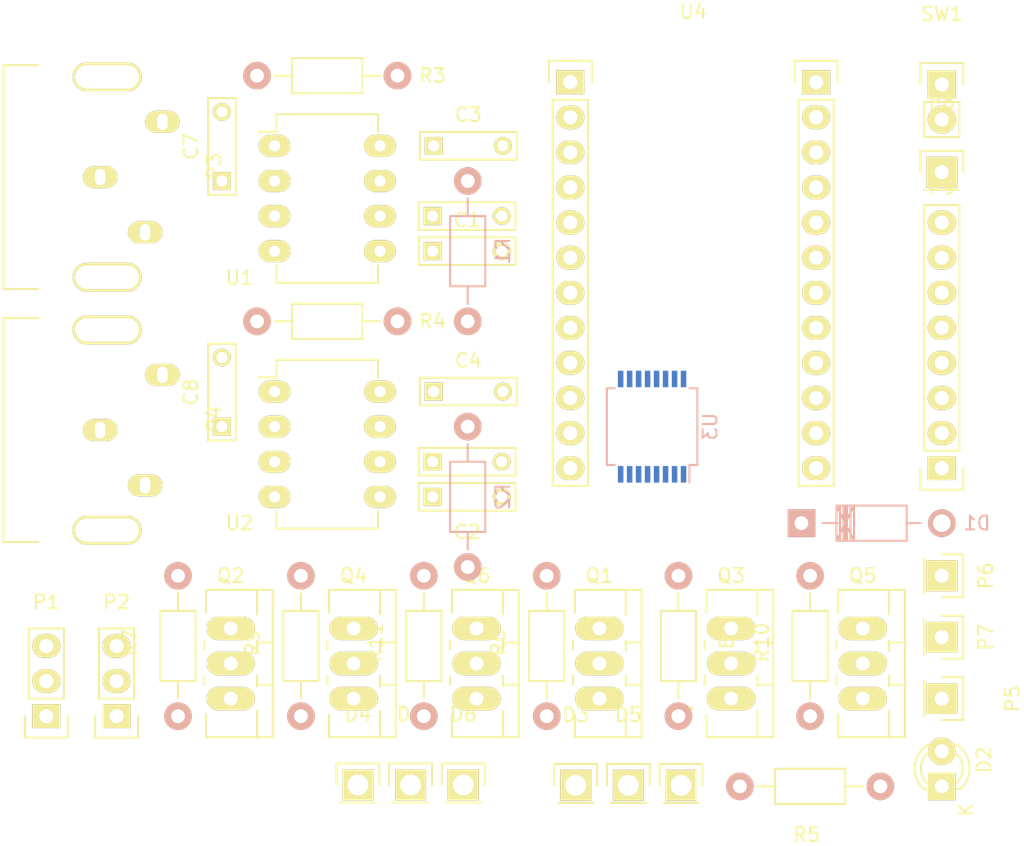
<source format=kicad_pcb>
(kicad_pcb (version 4) (host pcbnew "(2015-09-17 BZR 6202)-product")

  (general
    (links 95)
    (no_connects 95)
    (area 68.742143 10.61488 248.365001 121.625)
    (thickness 1.6)
    (drawings 0)
    (tracks 0)
    (zones 0)
    (modules 47)
    (nets 44)
  )

  (page A4)
  (layers
    (0 F.Cu signal)
    (31 B.Cu signal)
    (32 B.Adhes user)
    (33 F.Adhes user)
    (34 B.Paste user)
    (35 F.Paste user)
    (36 B.SilkS user)
    (37 F.SilkS user)
    (38 B.Mask user)
    (39 F.Mask user)
    (40 Dwgs.User user)
    (41 Cmts.User user)
    (42 Eco1.User user)
    (43 Eco2.User user)
    (44 Edge.Cuts user)
    (45 Margin user)
    (46 B.CrtYd user)
    (47 F.CrtYd user)
    (48 B.Fab user hide)
    (49 F.Fab user hide)
  )

  (setup
    (last_trace_width 0.25)
    (trace_clearance 0.2)
    (zone_clearance 0.508)
    (zone_45_only no)
    (trace_min 0.2)
    (segment_width 0.2)
    (edge_width 0.15)
    (via_size 0.6)
    (via_drill 0.4)
    (via_min_size 0.4)
    (via_min_drill 0.3)
    (uvia_size 0.3)
    (uvia_drill 0.1)
    (uvias_allowed no)
    (uvia_min_size 0.2)
    (uvia_min_drill 0.1)
    (pcb_text_width 0.3)
    (pcb_text_size 1.5 1.5)
    (mod_edge_width 0.15)
    (mod_text_size 1 1)
    (mod_text_width 0.15)
    (pad_size 2.2352 2.2352)
    (pad_drill 1.5)
    (pad_to_mask_clearance 0.2)
    (aux_axis_origin 0 0)
    (visible_elements FFFFFF7F)
    (pcbplotparams
      (layerselection 0x00030_80000001)
      (usegerberextensions false)
      (excludeedgelayer true)
      (linewidth 0.100000)
      (plotframeref false)
      (viasonmask false)
      (mode 1)
      (useauxorigin false)
      (hpglpennumber 1)
      (hpglpenspeed 20)
      (hpglpendiameter 15)
      (hpglpenoverlay 2)
      (psnegative false)
      (psa4output false)
      (plotreference true)
      (plotvalue true)
      (plotinvisibletext false)
      (padsonsilk false)
      (subtractmaskfromsilk false)
      (outputformat 1)
      (mirror false)
      (drillshape 1)
      (scaleselection 1)
      (outputdirectory ""))
  )

  (net 0 "")
  (net 1 "Net-(C1-Pad1)")
  (net 2 "Net-(C1-Pad2)")
  (net 3 "Net-(C2-Pad1)")
  (net 4 "Net-(C2-Pad2)")
  (net 5 "Net-(C3-Pad1)")
  (net 6 GND)
  (net 7 "Net-(C4-Pad1)")
  (net 8 "Net-(C5-Pad1)")
  (net 9 "Net-(C6-Pad1)")
  (net 10 +5V)
  (net 11 "Net-(D1-Pad2)")
  (net 12 "Net-(D2-Pad1)")
  (net 13 "Net-(D2-Pad2)")
  (net 14 "Net-(D3-Pad1)")
  (net 15 "Net-(D4-Pad1)")
  (net 16 "Net-(D5-Pad1)")
  (net 17 "Net-(D6-Pad1)")
  (net 18 "Net-(D7-Pad1)")
  (net 19 "Net-(D8-Pad1)")
  (net 20 /audio_l)
  (net 21 /audio_r)
  (net 22 "Net-(P8-Pad1)")
  (net 23 /LED_0)
  (net 24 /LED_1)
  (net 25 /LED_2)
  (net 26 /LED_3)
  (net 27 /LED_4)
  (net 28 /LED_5)
  (net 29 /LED_6)
  (net 30 /LED_7)
  (net 31 /LED_0_R)
  (net 32 /LED_1_R)
  (net 33 /LED_0_G)
  (net 34 /LED_1_G)
  (net 35 /LED_0_B)
  (net 36 /LED_1_B)
  (net 37 /Aout_L)
  (net 38 /STROBE)
  (net 39 /RST)
  (net 40 /Aout_R)
  (net 41 /RGB_CLK)
  (net 42 /RGB_LAT)
  (net 43 /RGB_DAT)

  (net_class Default "This is the default net class."
    (clearance 0.2)
    (trace_width 0.25)
    (via_dia 0.6)
    (via_drill 0.4)
    (uvia_dia 0.3)
    (uvia_drill 0.1)
    (add_net +5V)
    (add_net /Aout_L)
    (add_net /Aout_R)
    (add_net /LED_0)
    (add_net /LED_0_B)
    (add_net /LED_0_G)
    (add_net /LED_0_R)
    (add_net /LED_1)
    (add_net /LED_1_B)
    (add_net /LED_1_G)
    (add_net /LED_1_R)
    (add_net /LED_2)
    (add_net /LED_3)
    (add_net /LED_4)
    (add_net /LED_5)
    (add_net /LED_6)
    (add_net /LED_7)
    (add_net /RGB_CLK)
    (add_net /RGB_DAT)
    (add_net /RGB_LAT)
    (add_net /RST)
    (add_net /STROBE)
    (add_net /audio_l)
    (add_net /audio_r)
    (add_net GND)
    (add_net "Net-(C1-Pad1)")
    (add_net "Net-(C1-Pad2)")
    (add_net "Net-(C2-Pad1)")
    (add_net "Net-(C2-Pad2)")
    (add_net "Net-(C3-Pad1)")
    (add_net "Net-(C4-Pad1)")
    (add_net "Net-(C5-Pad1)")
    (add_net "Net-(C6-Pad1)")
    (add_net "Net-(D1-Pad2)")
    (add_net "Net-(D2-Pad1)")
    (add_net "Net-(D2-Pad2)")
    (add_net "Net-(D3-Pad1)")
    (add_net "Net-(D4-Pad1)")
    (add_net "Net-(D5-Pad1)")
    (add_net "Net-(D6-Pad1)")
    (add_net "Net-(D7-Pad1)")
    (add_net "Net-(D8-Pad1)")
    (add_net "Net-(P8-Pad1)")
  )

  (module Capacitors_ThroughHole:C_Rect_L7_W2_P5 (layer F.Cu) (tedit 0) (tstamp 5600E549)
    (at 183.515 43.18)
    (descr "Film Capacitor Length 7 x Width 2mm, Pitch 5mm")
    (tags Capacitor)
    (path /55FF0BF3)
    (fp_text reference C1 (at 2.5 -2.25) (layer F.SilkS)
      (effects (font (size 1 1) (thickness 0.15)))
    )
    (fp_text value 0.01uF (at 2.5 2.5) (layer F.Fab)
      (effects (font (size 1 1) (thickness 0.15)))
    )
    (fp_line (start -1.25 -1.25) (end 6.25 -1.25) (layer F.CrtYd) (width 0.05))
    (fp_line (start 6.25 -1.25) (end 6.25 1.25) (layer F.CrtYd) (width 0.05))
    (fp_line (start 6.25 1.25) (end -1.25 1.25) (layer F.CrtYd) (width 0.05))
    (fp_line (start -1.25 1.25) (end -1.25 -1.25) (layer F.CrtYd) (width 0.05))
    (fp_line (start -1 -1) (end 6 -1) (layer F.SilkS) (width 0.15))
    (fp_line (start 6 -1) (end 6 1) (layer F.SilkS) (width 0.15))
    (fp_line (start 6 1) (end -1 1) (layer F.SilkS) (width 0.15))
    (fp_line (start -1 1) (end -1 -1) (layer F.SilkS) (width 0.15))
    (pad 1 thru_hole rect (at 0 0) (size 1.3 1.3) (drill 0.8) (layers *.Cu *.Mask F.SilkS)
      (net 1 "Net-(C1-Pad1)"))
    (pad 2 thru_hole circle (at 5 0) (size 1.3 1.3) (drill 0.8) (layers *.Cu *.Mask F.SilkS)
      (net 2 "Net-(C1-Pad2)"))
    (model Capacitors_ThroughHole.3dshapes/C_Rect_L7_W2_P5.wrl
      (at (xyz 0.098425 0 0))
      (scale (xyz 1 1 1))
      (rotate (xyz 0 0 0))
    )
  )

  (module Capacitors_ThroughHole:C_Rect_L7_W2_P5 (layer F.Cu) (tedit 0) (tstamp 5600E54F)
    (at 183.515 60.96)
    (descr "Film Capacitor Length 7 x Width 2mm, Pitch 5mm")
    (tags Capacitor)
    (path /55FF5CB1)
    (fp_text reference C2 (at 2.5 2.54) (layer F.SilkS)
      (effects (font (size 1 1) (thickness 0.15)))
    )
    (fp_text value 0.01uF (at 2.5 2.5) (layer F.Fab)
      (effects (font (size 1 1) (thickness 0.15)))
    )
    (fp_line (start -1.25 -1.25) (end 6.25 -1.25) (layer F.CrtYd) (width 0.05))
    (fp_line (start 6.25 -1.25) (end 6.25 1.25) (layer F.CrtYd) (width 0.05))
    (fp_line (start 6.25 1.25) (end -1.25 1.25) (layer F.CrtYd) (width 0.05))
    (fp_line (start -1.25 1.25) (end -1.25 -1.25) (layer F.CrtYd) (width 0.05))
    (fp_line (start -1 -1) (end 6 -1) (layer F.SilkS) (width 0.15))
    (fp_line (start 6 -1) (end 6 1) (layer F.SilkS) (width 0.15))
    (fp_line (start 6 1) (end -1 1) (layer F.SilkS) (width 0.15))
    (fp_line (start -1 1) (end -1 -1) (layer F.SilkS) (width 0.15))
    (pad 1 thru_hole rect (at 0 0) (size 1.3 1.3) (drill 0.8) (layers *.Cu *.Mask F.SilkS)
      (net 3 "Net-(C2-Pad1)"))
    (pad 2 thru_hole circle (at 5 0) (size 1.3 1.3) (drill 0.8) (layers *.Cu *.Mask F.SilkS)
      (net 4 "Net-(C2-Pad2)"))
    (model Capacitors_ThroughHole.3dshapes/C_Rect_L7_W2_P5.wrl
      (at (xyz 0.098425 0 0))
      (scale (xyz 1 1 1))
      (rotate (xyz 0 0 0))
    )
  )

  (module Capacitors_ThroughHole:C_Rect_L7_W2_P5 (layer F.Cu) (tedit 0) (tstamp 5600E555)
    (at 183.595 35.56)
    (descr "Film Capacitor Length 7 x Width 2mm, Pitch 5mm")
    (tags Capacitor)
    (path /55FEFBD7)
    (fp_text reference C3 (at 2.5 -2.25) (layer F.SilkS)
      (effects (font (size 1 1) (thickness 0.15)))
    )
    (fp_text value 33pF (at 2.5 2.5) (layer F.Fab)
      (effects (font (size 1 1) (thickness 0.15)))
    )
    (fp_line (start -1.25 -1.25) (end 6.25 -1.25) (layer F.CrtYd) (width 0.05))
    (fp_line (start 6.25 -1.25) (end 6.25 1.25) (layer F.CrtYd) (width 0.05))
    (fp_line (start 6.25 1.25) (end -1.25 1.25) (layer F.CrtYd) (width 0.05))
    (fp_line (start -1.25 1.25) (end -1.25 -1.25) (layer F.CrtYd) (width 0.05))
    (fp_line (start -1 -1) (end 6 -1) (layer F.SilkS) (width 0.15))
    (fp_line (start 6 -1) (end 6 1) (layer F.SilkS) (width 0.15))
    (fp_line (start 6 1) (end -1 1) (layer F.SilkS) (width 0.15))
    (fp_line (start -1 1) (end -1 -1) (layer F.SilkS) (width 0.15))
    (pad 1 thru_hole rect (at 0 0) (size 1.3 1.3) (drill 0.8) (layers *.Cu *.Mask F.SilkS)
      (net 5 "Net-(C3-Pad1)"))
    (pad 2 thru_hole circle (at 5 0) (size 1.3 1.3) (drill 0.8) (layers *.Cu *.Mask F.SilkS)
      (net 6 GND))
    (model Capacitors_ThroughHole.3dshapes/C_Rect_L7_W2_P5.wrl
      (at (xyz 0.098425 0 0))
      (scale (xyz 1 1 1))
      (rotate (xyz 0 0 0))
    )
  )

  (module Capacitors_ThroughHole:C_Rect_L7_W2_P5 (layer F.Cu) (tedit 0) (tstamp 5600E55B)
    (at 183.595 53.34)
    (descr "Film Capacitor Length 7 x Width 2mm, Pitch 5mm")
    (tags Capacitor)
    (path /55FEF1B3)
    (fp_text reference C4 (at 2.5 -2.25) (layer F.SilkS)
      (effects (font (size 1 1) (thickness 0.15)))
    )
    (fp_text value 33pF (at 2.5 2.5) (layer F.Fab)
      (effects (font (size 1 1) (thickness 0.15)))
    )
    (fp_line (start -1.25 -1.25) (end 6.25 -1.25) (layer F.CrtYd) (width 0.05))
    (fp_line (start 6.25 -1.25) (end 6.25 1.25) (layer F.CrtYd) (width 0.05))
    (fp_line (start 6.25 1.25) (end -1.25 1.25) (layer F.CrtYd) (width 0.05))
    (fp_line (start -1.25 1.25) (end -1.25 -1.25) (layer F.CrtYd) (width 0.05))
    (fp_line (start -1 -1) (end 6 -1) (layer F.SilkS) (width 0.15))
    (fp_line (start 6 -1) (end 6 1) (layer F.SilkS) (width 0.15))
    (fp_line (start 6 1) (end -1 1) (layer F.SilkS) (width 0.15))
    (fp_line (start -1 1) (end -1 -1) (layer F.SilkS) (width 0.15))
    (pad 1 thru_hole rect (at 0 0) (size 1.3 1.3) (drill 0.8) (layers *.Cu *.Mask F.SilkS)
      (net 7 "Net-(C4-Pad1)"))
    (pad 2 thru_hole circle (at 5 0) (size 1.3 1.3) (drill 0.8) (layers *.Cu *.Mask F.SilkS)
      (net 6 GND))
    (model Capacitors_ThroughHole.3dshapes/C_Rect_L7_W2_P5.wrl
      (at (xyz 0.098425 0 0))
      (scale (xyz 1 1 1))
      (rotate (xyz 0 0 0))
    )
  )

  (module Capacitors_ThroughHole:C_Rect_L7_W2_P5 (layer F.Cu) (tedit 0) (tstamp 5600E561)
    (at 183.515 40.64)
    (descr "Film Capacitor Length 7 x Width 2mm, Pitch 5mm")
    (tags Capacitor)
    (path /55FEFBBF)
    (fp_text reference C5 (at 2.5 -2.25) (layer F.SilkS)
      (effects (font (size 1 1) (thickness 0.15)))
    )
    (fp_text value 0.1uF (at 2.5 2.5) (layer F.Fab)
      (effects (font (size 1 1) (thickness 0.15)))
    )
    (fp_line (start -1.25 -1.25) (end 6.25 -1.25) (layer F.CrtYd) (width 0.05))
    (fp_line (start 6.25 -1.25) (end 6.25 1.25) (layer F.CrtYd) (width 0.05))
    (fp_line (start 6.25 1.25) (end -1.25 1.25) (layer F.CrtYd) (width 0.05))
    (fp_line (start -1.25 1.25) (end -1.25 -1.25) (layer F.CrtYd) (width 0.05))
    (fp_line (start -1 -1) (end 6 -1) (layer F.SilkS) (width 0.15))
    (fp_line (start 6 -1) (end 6 1) (layer F.SilkS) (width 0.15))
    (fp_line (start 6 1) (end -1 1) (layer F.SilkS) (width 0.15))
    (fp_line (start -1 1) (end -1 -1) (layer F.SilkS) (width 0.15))
    (pad 1 thru_hole rect (at 0 0) (size 1.3 1.3) (drill 0.8) (layers *.Cu *.Mask F.SilkS)
      (net 8 "Net-(C5-Pad1)"))
    (pad 2 thru_hole circle (at 5 0) (size 1.3 1.3) (drill 0.8) (layers *.Cu *.Mask F.SilkS)
      (net 6 GND))
    (model Capacitors_ThroughHole.3dshapes/C_Rect_L7_W2_P5.wrl
      (at (xyz 0.098425 0 0))
      (scale (xyz 1 1 1))
      (rotate (xyz 0 0 0))
    )
  )

  (module Capacitors_ThroughHole:C_Rect_L7_W2_P5 (layer F.Cu) (tedit 0) (tstamp 5600E567)
    (at 183.515 58.42)
    (descr "Film Capacitor Length 7 x Width 2mm, Pitch 5mm")
    (tags Capacitor)
    (path /55FEEF59)
    (fp_text reference C6 (at 2.5 -2.25) (layer F.SilkS)
      (effects (font (size 1 1) (thickness 0.15)))
    )
    (fp_text value 0.1uF (at 2.5 2.5) (layer F.Fab)
      (effects (font (size 1 1) (thickness 0.15)))
    )
    (fp_line (start -1.25 -1.25) (end 6.25 -1.25) (layer F.CrtYd) (width 0.05))
    (fp_line (start 6.25 -1.25) (end 6.25 1.25) (layer F.CrtYd) (width 0.05))
    (fp_line (start 6.25 1.25) (end -1.25 1.25) (layer F.CrtYd) (width 0.05))
    (fp_line (start -1.25 1.25) (end -1.25 -1.25) (layer F.CrtYd) (width 0.05))
    (fp_line (start -1 -1) (end 6 -1) (layer F.SilkS) (width 0.15))
    (fp_line (start 6 -1) (end 6 1) (layer F.SilkS) (width 0.15))
    (fp_line (start 6 1) (end -1 1) (layer F.SilkS) (width 0.15))
    (fp_line (start -1 1) (end -1 -1) (layer F.SilkS) (width 0.15))
    (pad 1 thru_hole rect (at 0 0) (size 1.3 1.3) (drill 0.8) (layers *.Cu *.Mask F.SilkS)
      (net 9 "Net-(C6-Pad1)"))
    (pad 2 thru_hole circle (at 5 0) (size 1.3 1.3) (drill 0.8) (layers *.Cu *.Mask F.SilkS)
      (net 6 GND))
    (model Capacitors_ThroughHole.3dshapes/C_Rect_L7_W2_P5.wrl
      (at (xyz 0.098425 0 0))
      (scale (xyz 1 1 1))
      (rotate (xyz 0 0 0))
    )
  )

  (module Capacitors_ThroughHole:C_Rect_L7_W2_P5 (layer F.Cu) (tedit 0) (tstamp 5600E56D)
    (at 168.275 38.1 90)
    (descr "Film Capacitor Length 7 x Width 2mm, Pitch 5mm")
    (tags Capacitor)
    (path /55FEFDC4)
    (fp_text reference C7 (at 2.5 -2.25 90) (layer F.SilkS)
      (effects (font (size 1 1) (thickness 0.15)))
    )
    (fp_text value 0.1uF (at 2.5 2.5 90) (layer F.Fab)
      (effects (font (size 1 1) (thickness 0.15)))
    )
    (fp_line (start -1.25 -1.25) (end 6.25 -1.25) (layer F.CrtYd) (width 0.05))
    (fp_line (start 6.25 -1.25) (end 6.25 1.25) (layer F.CrtYd) (width 0.05))
    (fp_line (start 6.25 1.25) (end -1.25 1.25) (layer F.CrtYd) (width 0.05))
    (fp_line (start -1.25 1.25) (end -1.25 -1.25) (layer F.CrtYd) (width 0.05))
    (fp_line (start -1 -1) (end 6 -1) (layer F.SilkS) (width 0.15))
    (fp_line (start 6 -1) (end 6 1) (layer F.SilkS) (width 0.15))
    (fp_line (start 6 1) (end -1 1) (layer F.SilkS) (width 0.15))
    (fp_line (start -1 1) (end -1 -1) (layer F.SilkS) (width 0.15))
    (pad 1 thru_hole rect (at 0 0 90) (size 1.3 1.3) (drill 0.8) (layers *.Cu *.Mask F.SilkS)
      (net 6 GND))
    (pad 2 thru_hole circle (at 5 0 90) (size 1.3 1.3) (drill 0.8) (layers *.Cu *.Mask F.SilkS)
      (net 10 +5V))
    (model Capacitors_ThroughHole.3dshapes/C_Rect_L7_W2_P5.wrl
      (at (xyz 0.098425 0 0))
      (scale (xyz 1 1 1))
      (rotate (xyz 0 0 0))
    )
  )

  (module Capacitors_ThroughHole:C_Rect_L7_W2_P5 (layer F.Cu) (tedit 0) (tstamp 5600E573)
    (at 168.275 55.88 90)
    (descr "Film Capacitor Length 7 x Width 2mm, Pitch 5mm")
    (tags Capacitor)
    (path /55FEFD67)
    (fp_text reference C8 (at 2.5 -2.25 90) (layer F.SilkS)
      (effects (font (size 1 1) (thickness 0.15)))
    )
    (fp_text value 0.1uF (at 2.5 2.5 90) (layer F.Fab)
      (effects (font (size 1 1) (thickness 0.15)))
    )
    (fp_line (start -1.25 -1.25) (end 6.25 -1.25) (layer F.CrtYd) (width 0.05))
    (fp_line (start 6.25 -1.25) (end 6.25 1.25) (layer F.CrtYd) (width 0.05))
    (fp_line (start 6.25 1.25) (end -1.25 1.25) (layer F.CrtYd) (width 0.05))
    (fp_line (start -1.25 1.25) (end -1.25 -1.25) (layer F.CrtYd) (width 0.05))
    (fp_line (start -1 -1) (end 6 -1) (layer F.SilkS) (width 0.15))
    (fp_line (start 6 -1) (end 6 1) (layer F.SilkS) (width 0.15))
    (fp_line (start 6 1) (end -1 1) (layer F.SilkS) (width 0.15))
    (fp_line (start -1 1) (end -1 -1) (layer F.SilkS) (width 0.15))
    (pad 1 thru_hole rect (at 0 0 90) (size 1.3 1.3) (drill 0.8) (layers *.Cu *.Mask F.SilkS)
      (net 6 GND))
    (pad 2 thru_hole circle (at 5 0 90) (size 1.3 1.3) (drill 0.8) (layers *.Cu *.Mask F.SilkS)
      (net 10 +5V))
    (model Capacitors_ThroughHole.3dshapes/C_Rect_L7_W2_P5.wrl
      (at (xyz 0.098425 0 0))
      (scale (xyz 1 1 1))
      (rotate (xyz 0 0 0))
    )
  )

  (module Diodes_ThroughHole:Diode_DO-41_SOD81_Horizontal_RM10 (layer B.Cu) (tedit 552FFCCE) (tstamp 5600E579)
    (at 210.185 62.86246)
    (descr "Diode, DO-41, SOD81, Horizontal, RM 10mm,")
    (tags "Diode, DO-41, SOD81, Horizontal, RM 10mm, 1N4007, SB140,")
    (path /55FF8969)
    (fp_text reference D1 (at 12.7 0) (layer B.SilkS)
      (effects (font (size 1 1) (thickness 0.15)) (justify mirror))
    )
    (fp_text value 6A (at 4.37134 3.55854) (layer B.Fab)
      (effects (font (size 1 1) (thickness 0.15)) (justify mirror))
    )
    (fp_line (start 7.62 0.00254) (end 8.636 0.00254) (layer B.SilkS) (width 0.15))
    (fp_line (start 2.794 0.00254) (end 1.524 0.00254) (layer B.SilkS) (width 0.15))
    (fp_line (start 3.048 1.27254) (end 3.048 -1.26746) (layer B.SilkS) (width 0.15))
    (fp_line (start 3.302 1.27254) (end 3.302 -1.26746) (layer B.SilkS) (width 0.15))
    (fp_line (start 3.556 1.27254) (end 3.556 -1.26746) (layer B.SilkS) (width 0.15))
    (fp_line (start 2.794 1.27254) (end 2.794 -1.26746) (layer B.SilkS) (width 0.15))
    (fp_line (start 3.81 1.27254) (end 2.54 -1.26746) (layer B.SilkS) (width 0.15))
    (fp_line (start 2.54 1.27254) (end 3.81 -1.26746) (layer B.SilkS) (width 0.15))
    (fp_line (start 3.81 1.27254) (end 3.81 -1.26746) (layer B.SilkS) (width 0.15))
    (fp_line (start 3.175 1.27254) (end 3.175 -1.26746) (layer B.SilkS) (width 0.15))
    (fp_line (start 2.54 -1.26746) (end 2.54 1.27254) (layer B.SilkS) (width 0.15))
    (fp_line (start 2.54 1.27254) (end 7.62 1.27254) (layer B.SilkS) (width 0.15))
    (fp_line (start 7.62 1.27254) (end 7.62 -1.26746) (layer B.SilkS) (width 0.15))
    (fp_line (start 7.62 -1.26746) (end 2.54 -1.26746) (layer B.SilkS) (width 0.15))
    (pad 2 thru_hole circle (at 10.16 0.00254 180) (size 1.99898 1.99898) (drill 1.27) (layers *.Cu *.Mask B.SilkS)
      (net 11 "Net-(D1-Pad2)"))
    (pad 1 thru_hole rect (at 0 0.00254 180) (size 1.99898 1.99898) (drill 1.00076) (layers *.Cu *.Mask B.SilkS)
      (net 10 +5V))
  )

  (module Pin_Headers:Pin_Header_Straight_1x01 (layer F.Cu) (tedit 5601B00F) (tstamp 5600E584)
    (at 193.863459 81.840719)
    (descr "Through hole pin header")
    (tags "pin header")
    (path /55FF36BB)
    (fp_text reference D3 (at 0 -5.1) (layer F.SilkS)
      (effects (font (size 1 1) (thickness 0.15)))
    )
    (fp_text value LED_R (at 0 -3.1) (layer F.Fab)
      (effects (font (size 1 1) (thickness 0.15)))
    )
    (fp_line (start 1.55 -1.55) (end 1.55 0) (layer F.SilkS) (width 0.15))
    (fp_line (start -1.75 -1.75) (end -1.75 1.75) (layer F.CrtYd) (width 0.05))
    (fp_line (start 1.75 -1.75) (end 1.75 1.75) (layer F.CrtYd) (width 0.05))
    (fp_line (start -1.75 -1.75) (end 1.75 -1.75) (layer F.CrtYd) (width 0.05))
    (fp_line (start -1.75 1.75) (end 1.75 1.75) (layer F.CrtYd) (width 0.05))
    (fp_line (start -1.55 0) (end -1.55 -1.55) (layer F.SilkS) (width 0.15))
    (fp_line (start -1.55 -1.55) (end 1.55 -1.55) (layer F.SilkS) (width 0.15))
    (fp_line (start -1.27 1.27) (end 1.27 1.27) (layer F.SilkS) (width 0.15))
    (pad 1 thru_hole rect (at 0 0) (size 2.2352 2.2352) (drill 1.5) (layers *.Cu *.Mask F.SilkS)
      (net 14 "Net-(D3-Pad1)"))
    (model Pin_Headers.3dshapes/Pin_Header_Straight_1x01.wrl
      (at (xyz 0 0 0))
      (scale (xyz 1 1 1))
      (rotate (xyz 0 0 90))
    )
  )

  (module Pin_Headers:Pin_Header_Straight_1x01 (layer F.Cu) (tedit 5601B022) (tstamp 5600E589)
    (at 178.111143 81.808701)
    (descr "Through hole pin header")
    (tags "pin header")
    (path /55FF35D2)
    (fp_text reference D4 (at 0 -5.1) (layer F.SilkS)
      (effects (font (size 1 1) (thickness 0.15)))
    )
    (fp_text value LED_R (at 0 -3.1) (layer F.Fab)
      (effects (font (size 1 1) (thickness 0.15)))
    )
    (fp_line (start 1.55 -1.55) (end 1.55 0) (layer F.SilkS) (width 0.15))
    (fp_line (start -1.75 -1.75) (end -1.75 1.75) (layer F.CrtYd) (width 0.05))
    (fp_line (start 1.75 -1.75) (end 1.75 1.75) (layer F.CrtYd) (width 0.05))
    (fp_line (start -1.75 -1.75) (end 1.75 -1.75) (layer F.CrtYd) (width 0.05))
    (fp_line (start -1.75 1.75) (end 1.75 1.75) (layer F.CrtYd) (width 0.05))
    (fp_line (start -1.55 0) (end -1.55 -1.55) (layer F.SilkS) (width 0.15))
    (fp_line (start -1.55 -1.55) (end 1.55 -1.55) (layer F.SilkS) (width 0.15))
    (fp_line (start -1.27 1.27) (end 1.27 1.27) (layer F.SilkS) (width 0.15))
    (pad 1 thru_hole rect (at 0 0) (size 2.2352 2.2352) (drill 1.5) (layers *.Cu *.Mask F.SilkS)
      (net 15 "Net-(D4-Pad1)"))
    (model Pin_Headers.3dshapes/Pin_Header_Straight_1x01.wrl
      (at (xyz 0 0 0))
      (scale (xyz 1 1 1))
      (rotate (xyz 0 0 90))
    )
  )

  (module Pin_Headers:Pin_Header_Straight_1x01 (layer F.Cu) (tedit 5601B015) (tstamp 5600E58E)
    (at 197.673459 81.840719)
    (descr "Through hole pin header")
    (tags "pin header")
    (path /55FF3733)
    (fp_text reference D5 (at 0 -5.1) (layer F.SilkS)
      (effects (font (size 1 1) (thickness 0.15)))
    )
    (fp_text value LED_G (at 0 -3.1) (layer F.Fab)
      (effects (font (size 1 1) (thickness 0.15)))
    )
    (fp_line (start 1.55 -1.55) (end 1.55 0) (layer F.SilkS) (width 0.15))
    (fp_line (start -1.75 -1.75) (end -1.75 1.75) (layer F.CrtYd) (width 0.05))
    (fp_line (start 1.75 -1.75) (end 1.75 1.75) (layer F.CrtYd) (width 0.05))
    (fp_line (start -1.75 -1.75) (end 1.75 -1.75) (layer F.CrtYd) (width 0.05))
    (fp_line (start -1.75 1.75) (end 1.75 1.75) (layer F.CrtYd) (width 0.05))
    (fp_line (start -1.55 0) (end -1.55 -1.55) (layer F.SilkS) (width 0.15))
    (fp_line (start -1.55 -1.55) (end 1.55 -1.55) (layer F.SilkS) (width 0.15))
    (fp_line (start -1.27 1.27) (end 1.27 1.27) (layer F.SilkS) (width 0.15))
    (pad 1 thru_hole rect (at 0 0) (size 2.2352 2.2352) (drill 1.5) (layers *.Cu *.Mask F.SilkS)
      (net 16 "Net-(D5-Pad1)"))
    (model Pin_Headers.3dshapes/Pin_Header_Straight_1x01.wrl
      (at (xyz 0 0 0))
      (scale (xyz 1 1 1))
      (rotate (xyz 0 0 90))
    )
  )

  (module Pin_Headers:Pin_Header_Straight_1x01 (layer F.Cu) (tedit 5601B027) (tstamp 5600E593)
    (at 181.921143 81.808701)
    (descr "Through hole pin header")
    (tags "pin header")
    (path /55FF35D8)
    (fp_text reference D6 (at 0 -5.1) (layer F.SilkS)
      (effects (font (size 1 1) (thickness 0.15)))
    )
    (fp_text value LED_G (at 0 -3.1) (layer F.Fab)
      (effects (font (size 1 1) (thickness 0.15)))
    )
    (fp_line (start 1.55 -1.55) (end 1.55 0) (layer F.SilkS) (width 0.15))
    (fp_line (start -1.75 -1.75) (end -1.75 1.75) (layer F.CrtYd) (width 0.05))
    (fp_line (start 1.75 -1.75) (end 1.75 1.75) (layer F.CrtYd) (width 0.05))
    (fp_line (start -1.75 -1.75) (end 1.75 -1.75) (layer F.CrtYd) (width 0.05))
    (fp_line (start -1.75 1.75) (end 1.75 1.75) (layer F.CrtYd) (width 0.05))
    (fp_line (start -1.55 0) (end -1.55 -1.55) (layer F.SilkS) (width 0.15))
    (fp_line (start -1.55 -1.55) (end 1.55 -1.55) (layer F.SilkS) (width 0.15))
    (fp_line (start -1.27 1.27) (end 1.27 1.27) (layer F.SilkS) (width 0.15))
    (pad 1 thru_hole rect (at 0 0) (size 2.2352 2.2352) (drill 1.5) (layers *.Cu *.Mask F.SilkS)
      (net 17 "Net-(D6-Pad1)"))
    (model Pin_Headers.3dshapes/Pin_Header_Straight_1x01.wrl
      (at (xyz 0 0 0))
      (scale (xyz 1 1 1))
      (rotate (xyz 0 0 90))
    )
  )

  (module Pin_Headers:Pin_Header_Straight_1x01 (layer F.Cu) (tedit 5601B01B) (tstamp 5600E598)
    (at 201.483459 81.840719)
    (descr "Through hole pin header")
    (tags "pin header")
    (path /55FF378C)
    (fp_text reference D7 (at 0 -5.1) (layer F.SilkS)
      (effects (font (size 1 1) (thickness 0.15)))
    )
    (fp_text value LED_B (at 0 -3.1) (layer F.Fab)
      (effects (font (size 1 1) (thickness 0.15)))
    )
    (fp_line (start 1.55 -1.55) (end 1.55 0) (layer F.SilkS) (width 0.15))
    (fp_line (start -1.75 -1.75) (end -1.75 1.75) (layer F.CrtYd) (width 0.05))
    (fp_line (start 1.75 -1.75) (end 1.75 1.75) (layer F.CrtYd) (width 0.05))
    (fp_line (start -1.75 -1.75) (end 1.75 -1.75) (layer F.CrtYd) (width 0.05))
    (fp_line (start -1.75 1.75) (end 1.75 1.75) (layer F.CrtYd) (width 0.05))
    (fp_line (start -1.55 0) (end -1.55 -1.55) (layer F.SilkS) (width 0.15))
    (fp_line (start -1.55 -1.55) (end 1.55 -1.55) (layer F.SilkS) (width 0.15))
    (fp_line (start -1.27 1.27) (end 1.27 1.27) (layer F.SilkS) (width 0.15))
    (pad 1 thru_hole rect (at 0 0) (size 2.2352 2.2352) (drill 1.5) (layers *.Cu *.Mask F.SilkS)
      (net 18 "Net-(D7-Pad1)"))
    (model Pin_Headers.3dshapes/Pin_Header_Straight_1x01.wrl
      (at (xyz 0 0 0))
      (scale (xyz 1 1 1))
      (rotate (xyz 0 0 90))
    )
  )

  (module Pin_Headers:Pin_Header_Straight_1x01 (layer F.Cu) (tedit 5601B02C) (tstamp 5600E59D)
    (at 185.731143 81.808701)
    (descr "Through hole pin header")
    (tags "pin header")
    (path /55FF35DE)
    (fp_text reference D8 (at 0 -5.1) (layer F.SilkS)
      (effects (font (size 1 1) (thickness 0.15)))
    )
    (fp_text value LED_B (at 0 -3.1) (layer F.Fab)
      (effects (font (size 1 1) (thickness 0.15)))
    )
    (fp_line (start 1.55 -1.55) (end 1.55 0) (layer F.SilkS) (width 0.15))
    (fp_line (start -1.75 -1.75) (end -1.75 1.75) (layer F.CrtYd) (width 0.05))
    (fp_line (start 1.75 -1.75) (end 1.75 1.75) (layer F.CrtYd) (width 0.05))
    (fp_line (start -1.75 -1.75) (end 1.75 -1.75) (layer F.CrtYd) (width 0.05))
    (fp_line (start -1.75 1.75) (end 1.75 1.75) (layer F.CrtYd) (width 0.05))
    (fp_line (start -1.55 0) (end -1.55 -1.55) (layer F.SilkS) (width 0.15))
    (fp_line (start -1.55 -1.55) (end 1.55 -1.55) (layer F.SilkS) (width 0.15))
    (fp_line (start -1.27 1.27) (end 1.27 1.27) (layer F.SilkS) (width 0.15))
    (pad 1 thru_hole rect (at 0 0) (size 2.2352 2.2352) (drill 1.5) (layers *.Cu *.Mask F.SilkS)
      (net 19 "Net-(D8-Pad1)"))
    (model Pin_Headers.3dshapes/Pin_Header_Straight_1x01.wrl
      (at (xyz 0 0 0))
      (scale (xyz 1 1 1))
      (rotate (xyz 0 0 90))
    )
  )

  (module Pin_Headers:Pin_Header_Straight_1x03 (layer F.Cu) (tedit 0) (tstamp 5600E5A4)
    (at 155.575 76.835 180)
    (descr "Through hole pin header")
    (tags "pin header")
    (path /55FEF44B)
    (fp_text reference P1 (at 0 8.255 180) (layer F.SilkS)
      (effects (font (size 1 1) (thickness 0.15)))
    )
    (fp_text value 3.5mm_line (at 0 -3.1 180) (layer F.Fab)
      (effects (font (size 1 1) (thickness 0.15)))
    )
    (fp_line (start -1.75 -1.75) (end -1.75 6.85) (layer F.CrtYd) (width 0.05))
    (fp_line (start 1.75 -1.75) (end 1.75 6.85) (layer F.CrtYd) (width 0.05))
    (fp_line (start -1.75 -1.75) (end 1.75 -1.75) (layer F.CrtYd) (width 0.05))
    (fp_line (start -1.75 6.85) (end 1.75 6.85) (layer F.CrtYd) (width 0.05))
    (fp_line (start -1.27 1.27) (end -1.27 6.35) (layer F.SilkS) (width 0.15))
    (fp_line (start -1.27 6.35) (end 1.27 6.35) (layer F.SilkS) (width 0.15))
    (fp_line (start 1.27 6.35) (end 1.27 1.27) (layer F.SilkS) (width 0.15))
    (fp_line (start 1.55 -1.55) (end 1.55 0) (layer F.SilkS) (width 0.15))
    (fp_line (start 1.27 1.27) (end -1.27 1.27) (layer F.SilkS) (width 0.15))
    (fp_line (start -1.55 0) (end -1.55 -1.55) (layer F.SilkS) (width 0.15))
    (fp_line (start -1.55 -1.55) (end 1.55 -1.55) (layer F.SilkS) (width 0.15))
    (pad 1 thru_hole rect (at 0 0 180) (size 2.032 1.7272) (drill 1.016) (layers *.Cu *.Mask F.SilkS)
      (net 6 GND))
    (pad 2 thru_hole oval (at 0 2.54 180) (size 2.032 1.7272) (drill 1.016) (layers *.Cu *.Mask F.SilkS)
      (net 20 /audio_l))
    (pad 3 thru_hole oval (at 0 5.08 180) (size 2.032 1.7272) (drill 1.016) (layers *.Cu *.Mask F.SilkS)
      (net 21 /audio_r))
    (model Pin_Headers.3dshapes/Pin_Header_Straight_1x03.wrl
      (at (xyz 0 -0.1 0))
      (scale (xyz 1 1 1))
      (rotate (xyz 0 0 90))
    )
  )

  (module Pin_Headers:Pin_Header_Straight_1x03 (layer F.Cu) (tedit 0) (tstamp 5600E5AB)
    (at 160.655 76.835 180)
    (descr "Through hole pin header")
    (tags "pin header")
    (path /55FEF55E)
    (fp_text reference P2 (at 0 8.255 180) (layer F.SilkS)
      (effects (font (size 1 1) (thickness 0.15)))
    )
    (fp_text value 3.5mm_line (at 0 -3.1 180) (layer F.Fab)
      (effects (font (size 1 1) (thickness 0.15)))
    )
    (fp_line (start -1.75 -1.75) (end -1.75 6.85) (layer F.CrtYd) (width 0.05))
    (fp_line (start 1.75 -1.75) (end 1.75 6.85) (layer F.CrtYd) (width 0.05))
    (fp_line (start -1.75 -1.75) (end 1.75 -1.75) (layer F.CrtYd) (width 0.05))
    (fp_line (start -1.75 6.85) (end 1.75 6.85) (layer F.CrtYd) (width 0.05))
    (fp_line (start -1.27 1.27) (end -1.27 6.35) (layer F.SilkS) (width 0.15))
    (fp_line (start -1.27 6.35) (end 1.27 6.35) (layer F.SilkS) (width 0.15))
    (fp_line (start 1.27 6.35) (end 1.27 1.27) (layer F.SilkS) (width 0.15))
    (fp_line (start 1.55 -1.55) (end 1.55 0) (layer F.SilkS) (width 0.15))
    (fp_line (start 1.27 1.27) (end -1.27 1.27) (layer F.SilkS) (width 0.15))
    (fp_line (start -1.55 0) (end -1.55 -1.55) (layer F.SilkS) (width 0.15))
    (fp_line (start -1.55 -1.55) (end 1.55 -1.55) (layer F.SilkS) (width 0.15))
    (pad 1 thru_hole rect (at 0 0 180) (size 2.032 1.7272) (drill 1.016) (layers *.Cu *.Mask F.SilkS)
      (net 6 GND))
    (pad 2 thru_hole oval (at 0 2.54 180) (size 2.032 1.7272) (drill 1.016) (layers *.Cu *.Mask F.SilkS)
      (net 20 /audio_l))
    (pad 3 thru_hole oval (at 0 5.08 180) (size 2.032 1.7272) (drill 1.016) (layers *.Cu *.Mask F.SilkS)
      (net 21 /audio_r))
    (model Pin_Headers.3dshapes/Pin_Header_Straight_1x03.wrl
      (at (xyz 0 -0.1 0))
      (scale (xyz 1 1 1))
      (rotate (xyz 0 0 90))
    )
  )

  (module Pin_Headers:Pin_Header_Straight_1x01 (layer F.Cu) (tedit 54EA08DC) (tstamp 5600E5C8)
    (at 220.345 75.565 270)
    (descr "Through hole pin header")
    (tags "pin header")
    (path /55FFDC75)
    (fp_text reference P5 (at 0 -5.1 270) (layer F.SilkS)
      (effects (font (size 1 1) (thickness 0.15)))
    )
    (fp_text value ATX_PWR_OK (at 0 -3.1 270) (layer F.Fab)
      (effects (font (size 1 1) (thickness 0.15)))
    )
    (fp_line (start 1.55 -1.55) (end 1.55 0) (layer F.SilkS) (width 0.15))
    (fp_line (start -1.75 -1.75) (end -1.75 1.75) (layer F.CrtYd) (width 0.05))
    (fp_line (start 1.75 -1.75) (end 1.75 1.75) (layer F.CrtYd) (width 0.05))
    (fp_line (start -1.75 -1.75) (end 1.75 -1.75) (layer F.CrtYd) (width 0.05))
    (fp_line (start -1.75 1.75) (end 1.75 1.75) (layer F.CrtYd) (width 0.05))
    (fp_line (start -1.55 0) (end -1.55 -1.55) (layer F.SilkS) (width 0.15))
    (fp_line (start -1.55 -1.55) (end 1.55 -1.55) (layer F.SilkS) (width 0.15))
    (fp_line (start -1.27 1.27) (end 1.27 1.27) (layer F.SilkS) (width 0.15))
    (pad 1 thru_hole rect (at 0 0 270) (size 2.2352 2.2352) (drill 1.016) (layers *.Cu *.Mask F.SilkS)
      (net 13 "Net-(D2-Pad2)"))
    (model Pin_Headers.3dshapes/Pin_Header_Straight_1x01.wrl
      (at (xyz 0 0 0))
      (scale (xyz 1 1 1))
      (rotate (xyz 0 0 90))
    )
  )

  (module Pin_Headers:Pin_Header_Straight_1x01 (layer F.Cu) (tedit 54EA08DC) (tstamp 5600E5CD)
    (at 220.345 66.675 270)
    (descr "Through hole pin header")
    (tags "pin header")
    (path /5600CF8C)
    (fp_text reference P6 (at 0 -3.175 270) (layer F.SilkS)
      (effects (font (size 1 1) (thickness 0.15)))
    )
    (fp_text value ATX_PWR (at 0 -3.1 270) (layer F.Fab)
      (effects (font (size 1 1) (thickness 0.15)))
    )
    (fp_line (start 1.55 -1.55) (end 1.55 0) (layer F.SilkS) (width 0.15))
    (fp_line (start -1.75 -1.75) (end -1.75 1.75) (layer F.CrtYd) (width 0.05))
    (fp_line (start 1.75 -1.75) (end 1.75 1.75) (layer F.CrtYd) (width 0.05))
    (fp_line (start -1.75 -1.75) (end 1.75 -1.75) (layer F.CrtYd) (width 0.05))
    (fp_line (start -1.75 1.75) (end 1.75 1.75) (layer F.CrtYd) (width 0.05))
    (fp_line (start -1.55 0) (end -1.55 -1.55) (layer F.SilkS) (width 0.15))
    (fp_line (start -1.55 -1.55) (end 1.55 -1.55) (layer F.SilkS) (width 0.15))
    (fp_line (start -1.27 1.27) (end 1.27 1.27) (layer F.SilkS) (width 0.15))
    (pad 1 thru_hole rect (at 0 0 270) (size 2.2352 2.2352) (drill 1.016) (layers *.Cu *.Mask F.SilkS)
      (net 11 "Net-(D1-Pad2)"))
    (model Pin_Headers.3dshapes/Pin_Header_Straight_1x01.wrl
      (at (xyz 0 0 0))
      (scale (xyz 1 1 1))
      (rotate (xyz 0 0 90))
    )
  )

  (module Pin_Headers:Pin_Header_Straight_1x01 (layer F.Cu) (tedit 54EA08DC) (tstamp 5600E5D2)
    (at 220.345 71.12 270)
    (descr "Through hole pin header")
    (tags "pin header")
    (path /5600D11A)
    (fp_text reference P7 (at 0 -3.175 270) (layer F.SilkS)
      (effects (font (size 1 1) (thickness 0.15)))
    )
    (fp_text value ATX_GND (at 0 -3.1 270) (layer F.Fab)
      (effects (font (size 1 1) (thickness 0.15)))
    )
    (fp_line (start 1.55 -1.55) (end 1.55 0) (layer F.SilkS) (width 0.15))
    (fp_line (start -1.75 -1.75) (end -1.75 1.75) (layer F.CrtYd) (width 0.05))
    (fp_line (start 1.75 -1.75) (end 1.75 1.75) (layer F.CrtYd) (width 0.05))
    (fp_line (start -1.75 -1.75) (end 1.75 -1.75) (layer F.CrtYd) (width 0.05))
    (fp_line (start -1.75 1.75) (end 1.75 1.75) (layer F.CrtYd) (width 0.05))
    (fp_line (start -1.55 0) (end -1.55 -1.55) (layer F.SilkS) (width 0.15))
    (fp_line (start -1.55 -1.55) (end 1.55 -1.55) (layer F.SilkS) (width 0.15))
    (fp_line (start -1.27 1.27) (end 1.27 1.27) (layer F.SilkS) (width 0.15))
    (pad 1 thru_hole rect (at 0 0 270) (size 2.2352 2.2352) (drill 1.016) (layers *.Cu *.Mask F.SilkS)
      (net 6 GND))
    (model Pin_Headers.3dshapes/Pin_Header_Straight_1x01.wrl
      (at (xyz 0 0 0))
      (scale (xyz 1 1 1))
      (rotate (xyz 0 0 90))
    )
  )

  (module Pin_Headers:Pin_Header_Straight_1x01 (layer F.Cu) (tedit 54EA08DC) (tstamp 5600E5D7)
    (at 220.345 37.465)
    (descr "Through hole pin header")
    (tags "pin header")
    (path /55FFD439)
    (fp_text reference P8 (at 0 -5.1) (layer F.SilkS)
      (effects (font (size 1 1) (thickness 0.15)))
    )
    (fp_text value ATX_PS_ON (at 0 -3.1) (layer F.Fab)
      (effects (font (size 1 1) (thickness 0.15)))
    )
    (fp_line (start 1.55 -1.55) (end 1.55 0) (layer F.SilkS) (width 0.15))
    (fp_line (start -1.75 -1.75) (end -1.75 1.75) (layer F.CrtYd) (width 0.05))
    (fp_line (start 1.75 -1.75) (end 1.75 1.75) (layer F.CrtYd) (width 0.05))
    (fp_line (start -1.75 -1.75) (end 1.75 -1.75) (layer F.CrtYd) (width 0.05))
    (fp_line (start -1.75 1.75) (end 1.75 1.75) (layer F.CrtYd) (width 0.05))
    (fp_line (start -1.55 0) (end -1.55 -1.55) (layer F.SilkS) (width 0.15))
    (fp_line (start -1.55 -1.55) (end 1.55 -1.55) (layer F.SilkS) (width 0.15))
    (fp_line (start -1.27 1.27) (end 1.27 1.27) (layer F.SilkS) (width 0.15))
    (pad 1 thru_hole rect (at 0 0) (size 2.2352 2.2352) (drill 1.016) (layers *.Cu *.Mask F.SilkS)
      (net 22 "Net-(P8-Pad1)"))
    (model Pin_Headers.3dshapes/Pin_Header_Straight_1x01.wrl
      (at (xyz 0 0 0))
      (scale (xyz 1 1 1))
      (rotate (xyz 0 0 90))
    )
  )

  (module Pin_Headers:Pin_Header_Straight_1x08 (layer F.Cu) (tedit 0) (tstamp 5600E5E3)
    (at 220.345 58.890728 180)
    (descr "Through hole pin header")
    (tags "pin header")
    (path /55FFBAFD)
    (fp_text reference P9 (at 0 20.32 180) (layer F.SilkS)
      (effects (font (size 1 1) (thickness 0.15)))
    )
    (fp_text value LED_Signal (at 0 -3.1 180) (layer F.Fab)
      (effects (font (size 1 1) (thickness 0.15)))
    )
    (fp_line (start -1.75 -1.75) (end -1.75 19.55) (layer F.CrtYd) (width 0.05))
    (fp_line (start 1.75 -1.75) (end 1.75 19.55) (layer F.CrtYd) (width 0.05))
    (fp_line (start -1.75 -1.75) (end 1.75 -1.75) (layer F.CrtYd) (width 0.05))
    (fp_line (start -1.75 19.55) (end 1.75 19.55) (layer F.CrtYd) (width 0.05))
    (fp_line (start 1.27 1.27) (end 1.27 19.05) (layer F.SilkS) (width 0.15))
    (fp_line (start 1.27 19.05) (end -1.27 19.05) (layer F.SilkS) (width 0.15))
    (fp_line (start -1.27 19.05) (end -1.27 1.27) (layer F.SilkS) (width 0.15))
    (fp_line (start 1.55 -1.55) (end 1.55 0) (layer F.SilkS) (width 0.15))
    (fp_line (start 1.27 1.27) (end -1.27 1.27) (layer F.SilkS) (width 0.15))
    (fp_line (start -1.55 0) (end -1.55 -1.55) (layer F.SilkS) (width 0.15))
    (fp_line (start -1.55 -1.55) (end 1.55 -1.55) (layer F.SilkS) (width 0.15))
    (pad 1 thru_hole rect (at 0 0 180) (size 2.032 1.7272) (drill 1.016) (layers *.Cu *.Mask F.SilkS)
      (net 23 /LED_0))
    (pad 2 thru_hole oval (at 0 2.54 180) (size 2.032 1.7272) (drill 1.016) (layers *.Cu *.Mask F.SilkS)
      (net 24 /LED_1))
    (pad 3 thru_hole oval (at 0 5.08 180) (size 2.032 1.7272) (drill 1.016) (layers *.Cu *.Mask F.SilkS)
      (net 25 /LED_2))
    (pad 4 thru_hole oval (at 0 7.62 180) (size 2.032 1.7272) (drill 1.016) (layers *.Cu *.Mask F.SilkS)
      (net 26 /LED_3))
    (pad 5 thru_hole oval (at 0 10.16 180) (size 2.032 1.7272) (drill 1.016) (layers *.Cu *.Mask F.SilkS)
      (net 27 /LED_4))
    (pad 6 thru_hole oval (at 0 12.7 180) (size 2.032 1.7272) (drill 1.016) (layers *.Cu *.Mask F.SilkS)
      (net 28 /LED_5))
    (pad 7 thru_hole oval (at 0 15.24 180) (size 2.032 1.7272) (drill 1.016) (layers *.Cu *.Mask F.SilkS)
      (net 29 /LED_6))
    (pad 8 thru_hole oval (at 0 17.78 180) (size 2.032 1.7272) (drill 1.016) (layers *.Cu *.Mask F.SilkS)
      (net 30 /LED_7))
    (model Pin_Headers.3dshapes/Pin_Header_Straight_1x08.wrl
      (at (xyz 0 -0.35 0))
      (scale (xyz 1 1 1))
      (rotate (xyz 0 0 90))
    )
  )

  (module Resistors_ThroughHole:Resistor_Horizontal_RM10mm (layer B.Cu) (tedit 53F56209) (tstamp 5600E619)
    (at 186.055 43.18 90)
    (descr "Resistor, Axial,  RM 10mm, 1/3W,")
    (tags "Resistor, Axial, RM 10mm, 1/3W,")
    (path /55FF0A1E)
    (fp_text reference R1 (at 0 2.54 90) (layer B.SilkS)
      (effects (font (size 1 1) (thickness 0.15)) (justify mirror))
    )
    (fp_text value 22k (at 3.81 -3.81 90) (layer B.Fab)
      (effects (font (size 1 1) (thickness 0.15)) (justify mirror))
    )
    (fp_line (start -2.54 1.27) (end 2.54 1.27) (layer B.SilkS) (width 0.15))
    (fp_line (start 2.54 1.27) (end 2.54 -1.27) (layer B.SilkS) (width 0.15))
    (fp_line (start 2.54 -1.27) (end -2.54 -1.27) (layer B.SilkS) (width 0.15))
    (fp_line (start -2.54 -1.27) (end -2.54 1.27) (layer B.SilkS) (width 0.15))
    (fp_line (start -2.54 0) (end -3.81 0) (layer B.SilkS) (width 0.15))
    (fp_line (start 2.54 0) (end 3.81 0) (layer B.SilkS) (width 0.15))
    (pad 1 thru_hole circle (at -5.08 0 90) (size 1.99898 1.99898) (drill 1.00076) (layers *.Cu *.SilkS *.Mask)
      (net 2 "Net-(C1-Pad2)"))
    (pad 2 thru_hole circle (at 5.08 0 90) (size 1.99898 1.99898) (drill 1.00076) (layers *.Cu *.SilkS *.Mask)
      (net 20 /audio_l))
    (model Resistors_ThroughHole.3dshapes/Resistor_Horizontal_RM10mm.wrl
      (at (xyz 0 0 0))
      (scale (xyz 0.4 0.4 0.4))
      (rotate (xyz 0 0 0))
    )
  )

  (module Resistors_ThroughHole:Resistor_Horizontal_RM10mm (layer B.Cu) (tedit 53F56209) (tstamp 5600E61F)
    (at 186.055 60.96 90)
    (descr "Resistor, Axial,  RM 10mm, 1/3W,")
    (tags "Resistor, Axial, RM 10mm, 1/3W,")
    (path /55FF5CAB)
    (fp_text reference R2 (at 0 2.54 90) (layer B.SilkS)
      (effects (font (size 1 1) (thickness 0.15)) (justify mirror))
    )
    (fp_text value 22k (at 3.81 -3.81 90) (layer B.Fab)
      (effects (font (size 1 1) (thickness 0.15)) (justify mirror))
    )
    (fp_line (start -2.54 1.27) (end 2.54 1.27) (layer B.SilkS) (width 0.15))
    (fp_line (start 2.54 1.27) (end 2.54 -1.27) (layer B.SilkS) (width 0.15))
    (fp_line (start 2.54 -1.27) (end -2.54 -1.27) (layer B.SilkS) (width 0.15))
    (fp_line (start -2.54 -1.27) (end -2.54 1.27) (layer B.SilkS) (width 0.15))
    (fp_line (start -2.54 0) (end -3.81 0) (layer B.SilkS) (width 0.15))
    (fp_line (start 2.54 0) (end 3.81 0) (layer B.SilkS) (width 0.15))
    (pad 1 thru_hole circle (at -5.08 0 90) (size 1.99898 1.99898) (drill 1.00076) (layers *.Cu *.SilkS *.Mask)
      (net 4 "Net-(C2-Pad2)"))
    (pad 2 thru_hole circle (at 5.08 0 90) (size 1.99898 1.99898) (drill 1.00076) (layers *.Cu *.SilkS *.Mask)
      (net 21 /audio_r))
    (model Resistors_ThroughHole.3dshapes/Resistor_Horizontal_RM10mm.wrl
      (at (xyz 0 0 0))
      (scale (xyz 0.4 0.4 0.4))
      (rotate (xyz 0 0 0))
    )
  )

  (module Resistors_ThroughHole:Resistor_Horizontal_RM10mm (layer F.Cu) (tedit 53F56209) (tstamp 5600E625)
    (at 175.895 30.48 180)
    (descr "Resistor, Axial,  RM 10mm, 1/3W,")
    (tags "Resistor, Axial, RM 10mm, 1/3W,")
    (path /55FEFBE7)
    (fp_text reference R3 (at -7.62 0 180) (layer F.SilkS)
      (effects (font (size 1 1) (thickness 0.15)))
    )
    (fp_text value 200k (at 3.81 3.81 180) (layer F.Fab)
      (effects (font (size 1 1) (thickness 0.15)))
    )
    (fp_line (start -2.54 -1.27) (end 2.54 -1.27) (layer F.SilkS) (width 0.15))
    (fp_line (start 2.54 -1.27) (end 2.54 1.27) (layer F.SilkS) (width 0.15))
    (fp_line (start 2.54 1.27) (end -2.54 1.27) (layer F.SilkS) (width 0.15))
    (fp_line (start -2.54 1.27) (end -2.54 -1.27) (layer F.SilkS) (width 0.15))
    (fp_line (start -2.54 0) (end -3.81 0) (layer F.SilkS) (width 0.15))
    (fp_line (start 2.54 0) (end 3.81 0) (layer F.SilkS) (width 0.15))
    (pad 1 thru_hole circle (at -5.08 0 180) (size 1.99898 1.99898) (drill 1.00076) (layers *.Cu *.SilkS *.Mask)
      (net 5 "Net-(C3-Pad1)"))
    (pad 2 thru_hole circle (at 5.08 0 180) (size 1.99898 1.99898) (drill 1.00076) (layers *.Cu *.SilkS *.Mask)
      (net 10 +5V))
    (model Resistors_ThroughHole.3dshapes/Resistor_Horizontal_RM10mm.wrl
      (at (xyz 0 0 0))
      (scale (xyz 0.4 0.4 0.4))
      (rotate (xyz 0 0 0))
    )
  )

  (module Resistors_ThroughHole:Resistor_Horizontal_RM10mm (layer F.Cu) (tedit 53F56209) (tstamp 5600E62B)
    (at 175.895 48.26 180)
    (descr "Resistor, Axial,  RM 10mm, 1/3W,")
    (tags "Resistor, Axial, RM 10mm, 1/3W,")
    (path /55FEF28C)
    (fp_text reference R4 (at -7.62 0 180) (layer F.SilkS)
      (effects (font (size 1 1) (thickness 0.15)))
    )
    (fp_text value 200k (at 3.81 3.81 180) (layer F.Fab)
      (effects (font (size 1 1) (thickness 0.15)))
    )
    (fp_line (start -2.54 -1.27) (end 2.54 -1.27) (layer F.SilkS) (width 0.15))
    (fp_line (start 2.54 -1.27) (end 2.54 1.27) (layer F.SilkS) (width 0.15))
    (fp_line (start 2.54 1.27) (end -2.54 1.27) (layer F.SilkS) (width 0.15))
    (fp_line (start -2.54 1.27) (end -2.54 -1.27) (layer F.SilkS) (width 0.15))
    (fp_line (start -2.54 0) (end -3.81 0) (layer F.SilkS) (width 0.15))
    (fp_line (start 2.54 0) (end 3.81 0) (layer F.SilkS) (width 0.15))
    (pad 1 thru_hole circle (at -5.08 0 180) (size 1.99898 1.99898) (drill 1.00076) (layers *.Cu *.SilkS *.Mask)
      (net 7 "Net-(C4-Pad1)"))
    (pad 2 thru_hole circle (at 5.08 0 180) (size 1.99898 1.99898) (drill 1.00076) (layers *.Cu *.SilkS *.Mask)
      (net 10 +5V))
    (model Resistors_ThroughHole.3dshapes/Resistor_Horizontal_RM10mm.wrl
      (at (xyz 0 0 0))
      (scale (xyz 0.4 0.4 0.4))
      (rotate (xyz 0 0 0))
    )
  )

  (module Resistors_ThroughHole:Resistor_Horizontal_RM10mm (layer F.Cu) (tedit 53F56209) (tstamp 5600E631)
    (at 210.82 81.915 180)
    (descr "Resistor, Axial,  RM 10mm, 1/3W,")
    (tags "Resistor, Axial, RM 10mm, 1/3W,")
    (path /55FFDDBC)
    (fp_text reference R5 (at 0.24892 -3.50012 180) (layer F.SilkS)
      (effects (font (size 1 1) (thickness 0.15)))
    )
    (fp_text value 470 (at 3.81 3.81 180) (layer F.Fab)
      (effects (font (size 1 1) (thickness 0.15)))
    )
    (fp_line (start -2.54 -1.27) (end 2.54 -1.27) (layer F.SilkS) (width 0.15))
    (fp_line (start 2.54 -1.27) (end 2.54 1.27) (layer F.SilkS) (width 0.15))
    (fp_line (start 2.54 1.27) (end -2.54 1.27) (layer F.SilkS) (width 0.15))
    (fp_line (start -2.54 1.27) (end -2.54 -1.27) (layer F.SilkS) (width 0.15))
    (fp_line (start -2.54 0) (end -3.81 0) (layer F.SilkS) (width 0.15))
    (fp_line (start 2.54 0) (end 3.81 0) (layer F.SilkS) (width 0.15))
    (pad 1 thru_hole circle (at -5.08 0 180) (size 1.99898 1.99898) (drill 1.00076) (layers *.Cu *.SilkS *.Mask)
      (net 6 GND))
    (pad 2 thru_hole circle (at 5.08 0 180) (size 1.99898 1.99898) (drill 1.00076) (layers *.Cu *.SilkS *.Mask)
      (net 12 "Net-(D2-Pad1)"))
    (model Resistors_ThroughHole.3dshapes/Resistor_Horizontal_RM10mm.wrl
      (at (xyz 0 0 0))
      (scale (xyz 0.4 0.4 0.4))
      (rotate (xyz 0 0 0))
    )
  )

  (module Resistors_ThroughHole:Resistor_Horizontal_RM10mm (layer F.Cu) (tedit 53F56209) (tstamp 5600E637)
    (at 191.77 71.755 90)
    (descr "Resistor, Axial,  RM 10mm, 1/3W,")
    (tags "Resistor, Axial, RM 10mm, 1/3W,")
    (path /55FF537D)
    (fp_text reference R6 (at 0.24892 -3.50012 90) (layer F.SilkS)
      (effects (font (size 1 1) (thickness 0.15)))
    )
    (fp_text value 10k (at 3.81 3.81 90) (layer F.Fab)
      (effects (font (size 1 1) (thickness 0.15)))
    )
    (fp_line (start -2.54 -1.27) (end 2.54 -1.27) (layer F.SilkS) (width 0.15))
    (fp_line (start 2.54 -1.27) (end 2.54 1.27) (layer F.SilkS) (width 0.15))
    (fp_line (start 2.54 1.27) (end -2.54 1.27) (layer F.SilkS) (width 0.15))
    (fp_line (start -2.54 1.27) (end -2.54 -1.27) (layer F.SilkS) (width 0.15))
    (fp_line (start -2.54 0) (end -3.81 0) (layer F.SilkS) (width 0.15))
    (fp_line (start 2.54 0) (end 3.81 0) (layer F.SilkS) (width 0.15))
    (pad 1 thru_hole circle (at -5.08 0 90) (size 1.99898 1.99898) (drill 1.00076) (layers *.Cu *.SilkS *.Mask)
      (net 6 GND))
    (pad 2 thru_hole circle (at 5.08 0 90) (size 1.99898 1.99898) (drill 1.00076) (layers *.Cu *.SilkS *.Mask)
      (net 31 /LED_0_R))
    (model Resistors_ThroughHole.3dshapes/Resistor_Horizontal_RM10mm.wrl
      (at (xyz 0 0 0))
      (scale (xyz 0.4 0.4 0.4))
      (rotate (xyz 0 0 0))
    )
  )

  (module Resistors_ThroughHole:Resistor_Horizontal_RM10mm (layer F.Cu) (tedit 53F56209) (tstamp 5600E63D)
    (at 165.1 71.755 90)
    (descr "Resistor, Axial,  RM 10mm, 1/3W,")
    (tags "Resistor, Axial, RM 10mm, 1/3W,")
    (path /55FF3605)
    (fp_text reference R7 (at 0.24892 -3.50012 90) (layer F.SilkS)
      (effects (font (size 1 1) (thickness 0.15)))
    )
    (fp_text value 10k (at 3.81 3.81 90) (layer F.Fab)
      (effects (font (size 1 1) (thickness 0.15)))
    )
    (fp_line (start -2.54 -1.27) (end 2.54 -1.27) (layer F.SilkS) (width 0.15))
    (fp_line (start 2.54 -1.27) (end 2.54 1.27) (layer F.SilkS) (width 0.15))
    (fp_line (start 2.54 1.27) (end -2.54 1.27) (layer F.SilkS) (width 0.15))
    (fp_line (start -2.54 1.27) (end -2.54 -1.27) (layer F.SilkS) (width 0.15))
    (fp_line (start -2.54 0) (end -3.81 0) (layer F.SilkS) (width 0.15))
    (fp_line (start 2.54 0) (end 3.81 0) (layer F.SilkS) (width 0.15))
    (pad 1 thru_hole circle (at -5.08 0 90) (size 1.99898 1.99898) (drill 1.00076) (layers *.Cu *.SilkS *.Mask)
      (net 6 GND))
    (pad 2 thru_hole circle (at 5.08 0 90) (size 1.99898 1.99898) (drill 1.00076) (layers *.Cu *.SilkS *.Mask)
      (net 32 /LED_1_R))
    (model Resistors_ThroughHole.3dshapes/Resistor_Horizontal_RM10mm.wrl
      (at (xyz 0 0 0))
      (scale (xyz 0.4 0.4 0.4))
      (rotate (xyz 0 0 0))
    )
  )

  (module Resistors_ThroughHole:Resistor_Horizontal_RM10mm (layer F.Cu) (tedit 53F56209) (tstamp 5600E643)
    (at 201.295 71.755 270)
    (descr "Resistor, Axial,  RM 10mm, 1/3W,")
    (tags "Resistor, Axial, RM 10mm, 1/3W,")
    (path /55FF276E)
    (fp_text reference R8 (at 0.24892 -3.50012 270) (layer F.SilkS)
      (effects (font (size 1 1) (thickness 0.15)))
    )
    (fp_text value 10k (at 3.81 3.81 270) (layer F.Fab)
      (effects (font (size 1 1) (thickness 0.15)))
    )
    (fp_line (start -2.54 -1.27) (end 2.54 -1.27) (layer F.SilkS) (width 0.15))
    (fp_line (start 2.54 -1.27) (end 2.54 1.27) (layer F.SilkS) (width 0.15))
    (fp_line (start 2.54 1.27) (end -2.54 1.27) (layer F.SilkS) (width 0.15))
    (fp_line (start -2.54 1.27) (end -2.54 -1.27) (layer F.SilkS) (width 0.15))
    (fp_line (start -2.54 0) (end -3.81 0) (layer F.SilkS) (width 0.15))
    (fp_line (start 2.54 0) (end 3.81 0) (layer F.SilkS) (width 0.15))
    (pad 1 thru_hole circle (at -5.08 0 270) (size 1.99898 1.99898) (drill 1.00076) (layers *.Cu *.SilkS *.Mask)
      (net 6 GND))
    (pad 2 thru_hole circle (at 5.08 0 270) (size 1.99898 1.99898) (drill 1.00076) (layers *.Cu *.SilkS *.Mask)
      (net 33 /LED_0_G))
    (model Resistors_ThroughHole.3dshapes/Resistor_Horizontal_RM10mm.wrl
      (at (xyz 0 0 0))
      (scale (xyz 0.4 0.4 0.4))
      (rotate (xyz 0 0 0))
    )
  )

  (module Resistors_ThroughHole:Resistor_Horizontal_RM10mm (layer F.Cu) (tedit 53F56209) (tstamp 5600E649)
    (at 173.99 71.755 90)
    (descr "Resistor, Axial,  RM 10mm, 1/3W,")
    (tags "Resistor, Axial, RM 10mm, 1/3W,")
    (path /55FF360B)
    (fp_text reference R9 (at 0.24892 -3.50012 90) (layer F.SilkS)
      (effects (font (size 1 1) (thickness 0.15)))
    )
    (fp_text value 10k (at 3.81 3.81 90) (layer F.Fab)
      (effects (font (size 1 1) (thickness 0.15)))
    )
    (fp_line (start -2.54 -1.27) (end 2.54 -1.27) (layer F.SilkS) (width 0.15))
    (fp_line (start 2.54 -1.27) (end 2.54 1.27) (layer F.SilkS) (width 0.15))
    (fp_line (start 2.54 1.27) (end -2.54 1.27) (layer F.SilkS) (width 0.15))
    (fp_line (start -2.54 1.27) (end -2.54 -1.27) (layer F.SilkS) (width 0.15))
    (fp_line (start -2.54 0) (end -3.81 0) (layer F.SilkS) (width 0.15))
    (fp_line (start 2.54 0) (end 3.81 0) (layer F.SilkS) (width 0.15))
    (pad 1 thru_hole circle (at -5.08 0 90) (size 1.99898 1.99898) (drill 1.00076) (layers *.Cu *.SilkS *.Mask)
      (net 6 GND))
    (pad 2 thru_hole circle (at 5.08 0 90) (size 1.99898 1.99898) (drill 1.00076) (layers *.Cu *.SilkS *.Mask)
      (net 34 /LED_1_G))
    (model Resistors_ThroughHole.3dshapes/Resistor_Horizontal_RM10mm.wrl
      (at (xyz 0 0 0))
      (scale (xyz 0.4 0.4 0.4))
      (rotate (xyz 0 0 0))
    )
  )

  (module Resistors_ThroughHole:Resistor_Horizontal_RM10mm (layer F.Cu) (tedit 53F56209) (tstamp 5600E64F)
    (at 210.82 71.755 90)
    (descr "Resistor, Axial,  RM 10mm, 1/3W,")
    (tags "Resistor, Axial, RM 10mm, 1/3W,")
    (path /55FF28DA)
    (fp_text reference R10 (at 0.24892 -3.50012 90) (layer F.SilkS)
      (effects (font (size 1 1) (thickness 0.15)))
    )
    (fp_text value 10k (at 3.81 3.81 90) (layer F.Fab)
      (effects (font (size 1 1) (thickness 0.15)))
    )
    (fp_line (start -2.54 -1.27) (end 2.54 -1.27) (layer F.SilkS) (width 0.15))
    (fp_line (start 2.54 -1.27) (end 2.54 1.27) (layer F.SilkS) (width 0.15))
    (fp_line (start 2.54 1.27) (end -2.54 1.27) (layer F.SilkS) (width 0.15))
    (fp_line (start -2.54 1.27) (end -2.54 -1.27) (layer F.SilkS) (width 0.15))
    (fp_line (start -2.54 0) (end -3.81 0) (layer F.SilkS) (width 0.15))
    (fp_line (start 2.54 0) (end 3.81 0) (layer F.SilkS) (width 0.15))
    (pad 1 thru_hole circle (at -5.08 0 90) (size 1.99898 1.99898) (drill 1.00076) (layers *.Cu *.SilkS *.Mask)
      (net 6 GND))
    (pad 2 thru_hole circle (at 5.08 0 90) (size 1.99898 1.99898) (drill 1.00076) (layers *.Cu *.SilkS *.Mask)
      (net 35 /LED_0_B))
    (model Resistors_ThroughHole.3dshapes/Resistor_Horizontal_RM10mm.wrl
      (at (xyz 0 0 0))
      (scale (xyz 0.4 0.4 0.4))
      (rotate (xyz 0 0 0))
    )
  )

  (module Resistors_ThroughHole:Resistor_Horizontal_RM10mm (layer F.Cu) (tedit 53F56209) (tstamp 5600E655)
    (at 182.88 71.755 90)
    (descr "Resistor, Axial,  RM 10mm, 1/3W,")
    (tags "Resistor, Axial, RM 10mm, 1/3W,")
    (path /55FF361E)
    (fp_text reference R11 (at 0.24892 -3.50012 90) (layer F.SilkS)
      (effects (font (size 1 1) (thickness 0.15)))
    )
    (fp_text value 10k (at 3.81 3.81 90) (layer F.Fab)
      (effects (font (size 1 1) (thickness 0.15)))
    )
    (fp_line (start -2.54 -1.27) (end 2.54 -1.27) (layer F.SilkS) (width 0.15))
    (fp_line (start 2.54 -1.27) (end 2.54 1.27) (layer F.SilkS) (width 0.15))
    (fp_line (start 2.54 1.27) (end -2.54 1.27) (layer F.SilkS) (width 0.15))
    (fp_line (start -2.54 1.27) (end -2.54 -1.27) (layer F.SilkS) (width 0.15))
    (fp_line (start -2.54 0) (end -3.81 0) (layer F.SilkS) (width 0.15))
    (fp_line (start 2.54 0) (end 3.81 0) (layer F.SilkS) (width 0.15))
    (pad 1 thru_hole circle (at -5.08 0 90) (size 1.99898 1.99898) (drill 1.00076) (layers *.Cu *.SilkS *.Mask)
      (net 6 GND))
    (pad 2 thru_hole circle (at 5.08 0 90) (size 1.99898 1.99898) (drill 1.00076) (layers *.Cu *.SilkS *.Mask)
      (net 36 /LED_1_B))
    (model Resistors_ThroughHole.3dshapes/Resistor_Horizontal_RM10mm.wrl
      (at (xyz 0 0 0))
      (scale (xyz 0.4 0.4 0.4))
      (rotate (xyz 0 0 0))
    )
  )

  (module Pin_Headers:Pin_Header_Straight_1x02 (layer F.Cu) (tedit 54EA090C) (tstamp 5600E65B)
    (at 220.345 31.115)
    (descr "Through hole pin header")
    (tags "pin header")
    (path /55FFCA86)
    (fp_text reference SW1 (at 0 -5.1) (layer F.SilkS)
      (effects (font (size 1 1) (thickness 0.15)))
    )
    (fp_text value PWR_SW (at 0 -3.1) (layer F.Fab)
      (effects (font (size 1 1) (thickness 0.15)))
    )
    (fp_line (start 1.27 1.27) (end 1.27 3.81) (layer F.SilkS) (width 0.15))
    (fp_line (start 1.55 -1.55) (end 1.55 0) (layer F.SilkS) (width 0.15))
    (fp_line (start -1.75 -1.75) (end -1.75 4.3) (layer F.CrtYd) (width 0.05))
    (fp_line (start 1.75 -1.75) (end 1.75 4.3) (layer F.CrtYd) (width 0.05))
    (fp_line (start -1.75 -1.75) (end 1.75 -1.75) (layer F.CrtYd) (width 0.05))
    (fp_line (start -1.75 4.3) (end 1.75 4.3) (layer F.CrtYd) (width 0.05))
    (fp_line (start 1.27 1.27) (end -1.27 1.27) (layer F.SilkS) (width 0.15))
    (fp_line (start -1.55 0) (end -1.55 -1.55) (layer F.SilkS) (width 0.15))
    (fp_line (start -1.55 -1.55) (end 1.55 -1.55) (layer F.SilkS) (width 0.15))
    (fp_line (start -1.27 1.27) (end -1.27 3.81) (layer F.SilkS) (width 0.15))
    (fp_line (start -1.27 3.81) (end 1.27 3.81) (layer F.SilkS) (width 0.15))
    (pad 1 thru_hole rect (at 0 0) (size 2.032 2.032) (drill 1.016) (layers *.Cu *.Mask F.SilkS)
      (net 6 GND))
    (pad 2 thru_hole oval (at 0 2.54) (size 2.032 2.032) (drill 1.016) (layers *.Cu *.Mask F.SilkS)
      (net 22 "Net-(P8-Pad1)"))
    (model Pin_Headers.3dshapes/Pin_Header_Straight_1x02.wrl
      (at (xyz 0 -0.05 0))
      (scale (xyz 1 1 1))
      (rotate (xyz 0 0 90))
    )
  )

  (module Housings_DIP:DIP-8_W7.62mm_LongPads (layer F.Cu) (tedit 54130A77) (tstamp 5600E667)
    (at 172.085 35.56)
    (descr "8-lead dip package, row spacing 7.62 mm (300 mils), longer pads")
    (tags "dil dip 2.54 300")
    (path /55FEFBB8)
    (fp_text reference U1 (at -2.54 9.525) (layer F.SilkS)
      (effects (font (size 1 1) (thickness 0.15)))
    )
    (fp_text value MSGEQ7 (at 0 -3.72) (layer F.Fab)
      (effects (font (size 1 1) (thickness 0.15)))
    )
    (fp_line (start -1.4 -2.45) (end -1.4 10.1) (layer F.CrtYd) (width 0.05))
    (fp_line (start 9 -2.45) (end 9 10.1) (layer F.CrtYd) (width 0.05))
    (fp_line (start -1.4 -2.45) (end 9 -2.45) (layer F.CrtYd) (width 0.05))
    (fp_line (start -1.4 10.1) (end 9 10.1) (layer F.CrtYd) (width 0.05))
    (fp_line (start 0.135 -2.295) (end 0.135 -1.025) (layer F.SilkS) (width 0.15))
    (fp_line (start 7.485 -2.295) (end 7.485 -1.025) (layer F.SilkS) (width 0.15))
    (fp_line (start 7.485 9.915) (end 7.485 8.645) (layer F.SilkS) (width 0.15))
    (fp_line (start 0.135 9.915) (end 0.135 8.645) (layer F.SilkS) (width 0.15))
    (fp_line (start 0.135 -2.295) (end 7.485 -2.295) (layer F.SilkS) (width 0.15))
    (fp_line (start 0.135 9.915) (end 7.485 9.915) (layer F.SilkS) (width 0.15))
    (fp_line (start 0.135 -1.025) (end -1.15 -1.025) (layer F.SilkS) (width 0.15))
    (pad 1 thru_hole oval (at 0 0) (size 2.3 1.6) (drill 0.8) (layers *.Cu *.Mask F.SilkS)
      (net 10 +5V))
    (pad 2 thru_hole oval (at 0 2.54) (size 2.3 1.6) (drill 0.8) (layers *.Cu *.Mask F.SilkS)
      (net 6 GND))
    (pad 3 thru_hole oval (at 0 5.08) (size 2.3 1.6) (drill 0.8) (layers *.Cu *.Mask F.SilkS)
      (net 37 /Aout_L))
    (pad 4 thru_hole oval (at 0 7.62) (size 2.3 1.6) (drill 0.8) (layers *.Cu *.Mask F.SilkS)
      (net 38 /STROBE))
    (pad 5 thru_hole oval (at 7.62 7.62) (size 2.3 1.6) (drill 0.8) (layers *.Cu *.Mask F.SilkS)
      (net 1 "Net-(C1-Pad1)"))
    (pad 6 thru_hole oval (at 7.62 5.08) (size 2.3 1.6) (drill 0.8) (layers *.Cu *.Mask F.SilkS)
      (net 8 "Net-(C5-Pad1)"))
    (pad 7 thru_hole oval (at 7.62 2.54) (size 2.3 1.6) (drill 0.8) (layers *.Cu *.Mask F.SilkS)
      (net 39 /RST))
    (pad 8 thru_hole oval (at 7.62 0) (size 2.3 1.6) (drill 0.8) (layers *.Cu *.Mask F.SilkS)
      (net 5 "Net-(C3-Pad1)"))
    (model Housings_DIP.3dshapes/DIP-8_W7.62mm_LongPads.wrl
      (at (xyz 0 0 0))
      (scale (xyz 1 1 1))
      (rotate (xyz 0 0 0))
    )
  )

  (module Housings_DIP:DIP-8_W7.62mm_LongPads (layer F.Cu) (tedit 54130A77) (tstamp 5600E673)
    (at 172.085 53.34)
    (descr "8-lead dip package, row spacing 7.62 mm (300 mils), longer pads")
    (tags "dil dip 2.54 300")
    (path /55FEEE5E)
    (fp_text reference U2 (at -2.54 9.525) (layer F.SilkS)
      (effects (font (size 1 1) (thickness 0.15)))
    )
    (fp_text value MSGEQ7 (at 0 -3.72) (layer F.Fab)
      (effects (font (size 1 1) (thickness 0.15)))
    )
    (fp_line (start -1.4 -2.45) (end -1.4 10.1) (layer F.CrtYd) (width 0.05))
    (fp_line (start 9 -2.45) (end 9 10.1) (layer F.CrtYd) (width 0.05))
    (fp_line (start -1.4 -2.45) (end 9 -2.45) (layer F.CrtYd) (width 0.05))
    (fp_line (start -1.4 10.1) (end 9 10.1) (layer F.CrtYd) (width 0.05))
    (fp_line (start 0.135 -2.295) (end 0.135 -1.025) (layer F.SilkS) (width 0.15))
    (fp_line (start 7.485 -2.295) (end 7.485 -1.025) (layer F.SilkS) (width 0.15))
    (fp_line (start 7.485 9.915) (end 7.485 8.645) (layer F.SilkS) (width 0.15))
    (fp_line (start 0.135 9.915) (end 0.135 8.645) (layer F.SilkS) (width 0.15))
    (fp_line (start 0.135 -2.295) (end 7.485 -2.295) (layer F.SilkS) (width 0.15))
    (fp_line (start 0.135 9.915) (end 7.485 9.915) (layer F.SilkS) (width 0.15))
    (fp_line (start 0.135 -1.025) (end -1.15 -1.025) (layer F.SilkS) (width 0.15))
    (pad 1 thru_hole oval (at 0 0) (size 2.3 1.6) (drill 0.8) (layers *.Cu *.Mask F.SilkS)
      (net 10 +5V))
    (pad 2 thru_hole oval (at 0 2.54) (size 2.3 1.6) (drill 0.8) (layers *.Cu *.Mask F.SilkS)
      (net 6 GND))
    (pad 3 thru_hole oval (at 0 5.08) (size 2.3 1.6) (drill 0.8) (layers *.Cu *.Mask F.SilkS)
      (net 40 /Aout_R))
    (pad 4 thru_hole oval (at 0 7.62) (size 2.3 1.6) (drill 0.8) (layers *.Cu *.Mask F.SilkS)
      (net 38 /STROBE))
    (pad 5 thru_hole oval (at 7.62 7.62) (size 2.3 1.6) (drill 0.8) (layers *.Cu *.Mask F.SilkS)
      (net 3 "Net-(C2-Pad1)"))
    (pad 6 thru_hole oval (at 7.62 5.08) (size 2.3 1.6) (drill 0.8) (layers *.Cu *.Mask F.SilkS)
      (net 9 "Net-(C6-Pad1)"))
    (pad 7 thru_hole oval (at 7.62 2.54) (size 2.3 1.6) (drill 0.8) (layers *.Cu *.Mask F.SilkS)
      (net 39 /RST))
    (pad 8 thru_hole oval (at 7.62 0) (size 2.3 1.6) (drill 0.8) (layers *.Cu *.Mask F.SilkS)
      (net 7 "Net-(C4-Pad1)"))
    (model Housings_DIP.3dshapes/DIP-8_W7.62mm_LongPads.wrl
      (at (xyz 0 0 0))
      (scale (xyz 1 1 1))
      (rotate (xyz 0 0 0))
    )
  )

  (module Housings_SSOP:SSOP-16_5.3x6.2mm_Pitch0.65mm (layer B.Cu) (tedit 54130A77) (tstamp 5600E687)
    (at 199.39 55.88 90)
    (descr "SSOP16: plastic shrink small outline package; 16 leads; body width 5.3 mm; (see NXP SSOP-TSSOP-VSO-REFLOW.pdf and sot338-1_po.pdf)")
    (tags "SSOP 0.65")
    (path /55FF287F)
    (attr smd)
    (fp_text reference U3 (at 0 4.2 90) (layer B.SilkS)
      (effects (font (size 1 1) (thickness 0.15)) (justify mirror))
    )
    (fp_text value 74LS595 (at 0 -4.2 90) (layer B.Fab)
      (effects (font (size 1 1) (thickness 0.15)) (justify mirror))
    )
    (fp_line (start -4.3 3.45) (end -4.3 -3.45) (layer B.CrtYd) (width 0.05))
    (fp_line (start 4.3 3.45) (end 4.3 -3.45) (layer B.CrtYd) (width 0.05))
    (fp_line (start -4.3 3.45) (end 4.3 3.45) (layer B.CrtYd) (width 0.05))
    (fp_line (start -4.3 -3.45) (end 4.3 -3.45) (layer B.CrtYd) (width 0.05))
    (fp_line (start -2.775 3.275) (end -2.775 2.7) (layer B.SilkS) (width 0.15))
    (fp_line (start 2.775 3.275) (end 2.775 2.7) (layer B.SilkS) (width 0.15))
    (fp_line (start 2.775 -3.275) (end 2.775 -2.7) (layer B.SilkS) (width 0.15))
    (fp_line (start -2.775 -3.275) (end -2.775 -2.7) (layer B.SilkS) (width 0.15))
    (fp_line (start -2.775 3.275) (end 2.775 3.275) (layer B.SilkS) (width 0.15))
    (fp_line (start -2.775 -3.275) (end 2.775 -3.275) (layer B.SilkS) (width 0.15))
    (fp_line (start -2.775 2.7) (end -4.05 2.7) (layer B.SilkS) (width 0.15))
    (pad 1 smd rect (at -3.45 2.275 90) (size 1.2 0.4) (layers B.Cu B.Paste B.Mask)
      (net 33 /LED_0_G))
    (pad 2 smd rect (at -3.45 1.625 90) (size 1.2 0.4) (layers B.Cu B.Paste B.Mask)
      (net 35 /LED_0_B))
    (pad 3 smd rect (at -3.45 0.975 90) (size 1.2 0.4) (layers B.Cu B.Paste B.Mask)
      (net 32 /LED_1_R))
    (pad 4 smd rect (at -3.45 0.325 90) (size 1.2 0.4) (layers B.Cu B.Paste B.Mask)
      (net 34 /LED_1_G))
    (pad 5 smd rect (at -3.45 -0.325 90) (size 1.2 0.4) (layers B.Cu B.Paste B.Mask)
      (net 36 /LED_1_B))
    (pad 6 smd rect (at -3.45 -0.975 90) (size 1.2 0.4) (layers B.Cu B.Paste B.Mask))
    (pad 7 smd rect (at -3.45 -1.625 90) (size 1.2 0.4) (layers B.Cu B.Paste B.Mask))
    (pad 8 smd rect (at -3.45 -2.275 90) (size 1.2 0.4) (layers B.Cu B.Paste B.Mask)
      (net 6 GND))
    (pad 9 smd rect (at 3.45 -2.275 90) (size 1.2 0.4) (layers B.Cu B.Paste B.Mask))
    (pad 10 smd rect (at 3.45 -1.625 90) (size 1.2 0.4) (layers B.Cu B.Paste B.Mask)
      (net 10 +5V))
    (pad 11 smd rect (at 3.45 -0.975 90) (size 1.2 0.4) (layers B.Cu B.Paste B.Mask)
      (net 41 /RGB_CLK))
    (pad 12 smd rect (at 3.45 -0.325 90) (size 1.2 0.4) (layers B.Cu B.Paste B.Mask)
      (net 42 /RGB_LAT))
    (pad 13 smd rect (at 3.45 0.325 90) (size 1.2 0.4) (layers B.Cu B.Paste B.Mask)
      (net 10 +5V))
    (pad 14 smd rect (at 3.45 0.975 90) (size 1.2 0.4) (layers B.Cu B.Paste B.Mask)
      (net 43 /RGB_DAT))
    (pad 15 smd rect (at 3.45 1.625 90) (size 1.2 0.4) (layers B.Cu B.Paste B.Mask)
      (net 31 /LED_0_R))
    (pad 16 smd rect (at 3.45 2.275 90) (size 1.2 0.4) (layers B.Cu B.Paste B.Mask))
    (model Housings_SSOP.3dshapes/SSOP-16_5.3x6.2mm_Pitch0.65mm.wrl
      (at (xyz 0 0 0))
      (scale (xyz 1 1 1))
      (rotate (xyz 0 0 0))
    )
  )

  (module Pin_Headers:Spark_Core (layer F.Cu) (tedit 5600E060) (tstamp 5600E6AE)
    (at 193.474362 30.950728)
    (descr "Through hole pin header")
    (tags "pin header")
    (path /55FEE4D4)
    (fp_text reference U4 (at 8.89 -5.1) (layer F.SilkS)
      (effects (font (size 1 1) (thickness 0.15)))
    )
    (fp_text value Spark_Core (at 8.89 -3.1) (layer F.Fab)
      (effects (font (size 1 1) (thickness 0.15)))
    )
    (fp_line (start -1.75 -1.75) (end -1.75 29.7) (layer F.CrtYd) (width 0.05))
    (fp_line (start 1.75 -1.75) (end 1.75 29.7) (layer F.CrtYd) (width 0.05))
    (fp_line (start -1.75 -1.75) (end 1.75 -1.75) (layer F.CrtYd) (width 0.05))
    (fp_line (start -1.75 29.7) (end 1.75 29.7) (layer F.CrtYd) (width 0.05))
    (fp_line (start 1.27 1.27) (end 1.27 29.21) (layer F.SilkS) (width 0.15))
    (fp_line (start 1.27 29.21) (end -1.27 29.21) (layer F.SilkS) (width 0.15))
    (fp_line (start -1.27 29.21) (end -1.27 1.27) (layer F.SilkS) (width 0.15))
    (fp_line (start 1.55 -1.55) (end 1.55 0) (layer F.SilkS) (width 0.15))
    (fp_line (start 1.27 1.27) (end -1.27 1.27) (layer F.SilkS) (width 0.15))
    (fp_line (start -1.55 0) (end -1.55 -1.55) (layer F.SilkS) (width 0.15))
    (fp_line (start -1.55 -1.55) (end 1.55 -1.55) (layer F.SilkS) (width 0.15))
    (fp_line (start 19.33 -1.55) (end 19.33 0) (layer F.SilkS) (width 0.15))
    (fp_line (start 16.23 0) (end 16.23 -1.55) (layer F.SilkS) (width 0.15))
    (fp_line (start 16.23 -1.55) (end 19.33 -1.55) (layer F.SilkS) (width 0.15))
    (fp_line (start 19.05 1.27) (end 16.51 1.27) (layer F.SilkS) (width 0.15))
    (fp_line (start 16.51 29.21) (end 16.51 1.27) (layer F.SilkS) (width 0.15))
    (fp_line (start 19.05 1.27) (end 19.05 29.21) (layer F.SilkS) (width 0.15))
    (fp_line (start 19.05 29.21) (end 16.51 29.21) (layer F.SilkS) (width 0.15))
    (fp_line (start 16.03 29.7) (end 19.53 29.7) (layer F.CrtYd) (width 0.05))
    (fp_line (start 19.53 -1.75) (end 19.53 29.7) (layer F.CrtYd) (width 0.05))
    (fp_line (start 16.03 -1.75) (end 19.53 -1.75) (layer F.CrtYd) (width 0.05))
    (fp_line (start 16.03 -1.75) (end 16.03 29.7) (layer F.CrtYd) (width 0.05))
    (pad 1 thru_hole rect (at 0 0) (size 2.032 1.7272) (drill 1.016) (layers *.Cu *.Mask F.SilkS)
      (net 10 +5V))
    (pad 2 thru_hole oval (at 0 2.54) (size 2.032 1.7272) (drill 1.016) (layers *.Cu *.Mask F.SilkS)
      (net 6 GND))
    (pad 3 thru_hole oval (at 0 5.08) (size 2.032 1.7272) (drill 1.016) (layers *.Cu *.Mask F.SilkS))
    (pad 4 thru_hole oval (at 0 7.62) (size 2.032 1.7272) (drill 1.016) (layers *.Cu *.Mask F.SilkS))
    (pad 5 thru_hole oval (at 0 10.16) (size 2.032 1.7272) (drill 1.016) (layers *.Cu *.Mask F.SilkS)
      (net 43 /RGB_DAT))
    (pad 6 thru_hole oval (at 0 12.7) (size 2.032 1.7272) (drill 1.016) (layers *.Cu *.Mask F.SilkS)
      (net 41 /RGB_CLK))
    (pad 7 thru_hole oval (at 0 15.24) (size 2.032 1.7272) (drill 1.016) (layers *.Cu *.Mask F.SilkS)
      (net 42 /RGB_LAT))
    (pad 8 thru_hole oval (at 0 17.78) (size 2.032 1.7272) (drill 1.016) (layers *.Cu *.Mask F.SilkS)
      (net 38 /STROBE))
    (pad 9 thru_hole oval (at 0 20.32) (size 2.032 1.7272) (drill 1.016) (layers *.Cu *.Mask F.SilkS)
      (net 39 /RST))
    (pad 10 thru_hole oval (at 0 22.86) (size 2.032 1.7272) (drill 1.016) (layers *.Cu *.Mask F.SilkS))
    (pad 11 thru_hole oval (at 0 25.4) (size 2.032 1.7272) (drill 1.016) (layers *.Cu *.Mask F.SilkS)
      (net 37 /Aout_L))
    (pad 12 thru_hole oval (at 0 27.94) (size 2.032 1.7272) (drill 1.016) (layers *.Cu *.Mask F.SilkS)
      (net 40 /Aout_R))
    (pad 24 thru_hole rect (at 17.78 0) (size 2.032 1.7272) (drill 1.016) (layers *.Cu *.Mask F.SilkS))
    (pad 18 thru_hole oval (at 17.78 15.24) (size 2.032 1.7272) (drill 1.016) (layers *.Cu *.Mask F.SilkS)
      (net 28 /LED_5))
    (pad 17 thru_hole oval (at 17.78 17.78) (size 2.032 1.7272) (drill 1.016) (layers *.Cu *.Mask F.SilkS)
      (net 27 /LED_4))
    (pad 19 thru_hole oval (at 17.78 12.7) (size 2.032 1.7272) (drill 1.016) (layers *.Cu *.Mask F.SilkS)
      (net 29 /LED_6))
    (pad 16 thru_hole oval (at 17.78 20.32) (size 2.032 1.7272) (drill 1.016) (layers *.Cu *.Mask F.SilkS)
      (net 26 /LED_3))
    (pad 21 thru_hole oval (at 17.78 7.62) (size 2.032 1.7272) (drill 1.016) (layers *.Cu *.Mask F.SilkS)
      (net 6 GND))
    (pad 22 thru_hole oval (at 17.78 5.08) (size 2.032 1.7272) (drill 1.016) (layers *.Cu *.Mask F.SilkS))
    (pad 23 thru_hole oval (at 17.78 2.54) (size 2.032 1.7272) (drill 1.016) (layers *.Cu *.Mask F.SilkS))
    (pad 20 thru_hole oval (at 17.78 10.16) (size 2.032 1.7272) (drill 1.016) (layers *.Cu *.Mask F.SilkS)
      (net 30 /LED_7))
    (pad 14 thru_hole oval (at 17.78 25.4) (size 2.032 1.7272) (drill 1.016) (layers *.Cu *.Mask F.SilkS)
      (net 24 /LED_1))
    (pad 15 thru_hole oval (at 17.78 22.86) (size 2.032 1.7272) (drill 1.016) (layers *.Cu *.Mask F.SilkS)
      (net 25 /LED_2))
    (pad 13 thru_hole oval (at 17.78 27.94) (size 2.032 1.7272) (drill 1.016) (layers *.Cu *.Mask F.SilkS)
      (net 23 /LED_0))
    (model Pin_Headers.3dshapes/Pin_Header_Straight_1x12.wrl
      (at (xyz 0 -0.55 0))
      (scale (xyz 1 1 1))
      (rotate (xyz 0 0 90))
    )
  )

  (module Pin_Headers:Audio_RCA_Vertical (layer F.Cu) (tedit 5600E45B) (tstamp 5600EA7D)
    (at 152.473607 45.917355 90)
    (path /55FFB2C1)
    (fp_text reference P3 (at 8.89 15.24 90) (layer F.SilkS)
      (effects (font (size 1 1) (thickness 0.15)))
    )
    (fp_text value RCA (at 8.89 17.28 90) (layer F.Fab)
      (effects (font (size 1 1) (thickness 0.15)))
    )
    (fp_line (start 16.2 0) (end 16.2 2.54) (layer F.SilkS) (width 0.15))
    (fp_line (start 0 0) (end 0 2.54) (layer F.SilkS) (width 0.15))
    (fp_line (start 0 0) (end 16.2 0) (layer F.SilkS) (width 0.15))
    (pad 2 thru_hole oval (at 4.1 10.25 90) (size 1.6 2.5) (drill oval 1.2 0.75) (layers *.Cu *.Mask F.SilkS)
      (net 20 /audio_l))
    (pad 3 thru_hole oval (at 12.1 11.5 90) (size 1.6 2.5) (drill oval 1.2 0.75) (layers *.Cu *.Mask F.SilkS)
      (net 21 /audio_r))
    (pad 0 thru_hole oval (at 15.35 7.5 90) (size 2.1 5) (drill oval 1.7 4.6) (layers *.Cu *.Mask F.SilkS))
    (pad 0 thru_hole oval (at 0.85 7.5 90) (size 2.1 5) (drill oval 1.7 4.6) (layers *.Cu *.Mask F.SilkS))
    (pad 1 thru_hole oval (at 8.1 7 90) (size 1.6 2.5) (drill oval 1.2 0.75) (layers *.Cu *.Mask F.SilkS)
      (net 6 GND))
  )

  (module Pin_Headers:Audio_RCA_Vertical (layer F.Cu) (tedit 5600E45B) (tstamp 5600EA89)
    (at 152.473607 64.227355 90)
    (path /55FFB368)
    (fp_text reference P4 (at 8.89 15.24 90) (layer F.SilkS)
      (effects (font (size 1 1) (thickness 0.15)))
    )
    (fp_text value RCA (at 8.89 17.28 90) (layer F.Fab)
      (effects (font (size 1 1) (thickness 0.15)))
    )
    (fp_line (start 16.2 0) (end 16.2 2.54) (layer F.SilkS) (width 0.15))
    (fp_line (start 0 0) (end 0 2.54) (layer F.SilkS) (width 0.15))
    (fp_line (start 0 0) (end 16.2 0) (layer F.SilkS) (width 0.15))
    (pad 2 thru_hole oval (at 4.1 10.25 90) (size 1.6 2.5) (drill oval 1.2 0.75) (layers *.Cu *.Mask F.SilkS)
      (net 20 /audio_l))
    (pad 3 thru_hole oval (at 12.1 11.5 90) (size 1.6 2.5) (drill oval 1.2 0.75) (layers *.Cu *.Mask F.SilkS)
      (net 21 /audio_r))
    (pad 0 thru_hole oval (at 15.35 7.5 90) (size 2.1 5) (drill oval 1.7 4.6) (layers *.Cu *.Mask F.SilkS))
    (pad 0 thru_hole oval (at 0.85 7.5 90) (size 2.1 5) (drill oval 1.7 4.6) (layers *.Cu *.Mask F.SilkS))
    (pad 1 thru_hole oval (at 8.1 7 90) (size 1.6 2.5) (drill oval 1.2 0.75) (layers *.Cu *.Mask F.SilkS)
      (net 6 GND))
  )

  (module LEDs:LED-3MM (layer F.Cu) (tedit 559B82F6) (tstamp 5600F183)
    (at 220.345 81.915 90)
    (descr "LED 3mm round vertical")
    (tags "LED  3mm round vertical")
    (path /55FFDAEC)
    (fp_text reference D2 (at 1.91 3.06 90) (layer F.SilkS)
      (effects (font (size 1 1) (thickness 0.15)))
    )
    (fp_text value PWR_LED (at 1.3 -2.9 90) (layer F.Fab)
      (effects (font (size 1 1) (thickness 0.15)))
    )
    (fp_line (start -1.2 2.3) (end 3.8 2.3) (layer F.CrtYd) (width 0.05))
    (fp_line (start 3.8 2.3) (end 3.8 -2.2) (layer F.CrtYd) (width 0.05))
    (fp_line (start 3.8 -2.2) (end -1.2 -2.2) (layer F.CrtYd) (width 0.05))
    (fp_line (start -1.2 -2.2) (end -1.2 2.3) (layer F.CrtYd) (width 0.05))
    (fp_line (start -0.199 1.314) (end -0.199 1.114) (layer F.SilkS) (width 0.15))
    (fp_line (start -0.199 -1.28) (end -0.199 -1.1) (layer F.SilkS) (width 0.15))
    (fp_arc (start 1.301 0.034) (end -0.199 -1.286) (angle 108.5) (layer F.SilkS) (width 0.15))
    (fp_arc (start 1.301 0.034) (end 0.25 -1.1) (angle 85.7) (layer F.SilkS) (width 0.15))
    (fp_arc (start 1.311 0.034) (end 3.051 0.994) (angle 110) (layer F.SilkS) (width 0.15))
    (fp_arc (start 1.301 0.034) (end 2.335 1.094) (angle 87.5) (layer F.SilkS) (width 0.15))
    (fp_text user K (at -1.69 1.74 90) (layer F.SilkS)
      (effects (font (size 1 1) (thickness 0.15)))
    )
    (pad 1 thru_hole rect (at 0 0 180) (size 2 2) (drill 1.00076) (layers *.Cu *.Mask F.SilkS)
      (net 12 "Net-(D2-Pad1)"))
    (pad 2 thru_hole circle (at 2.54 0 90) (size 2 2) (drill 1.00076) (layers *.Cu *.Mask F.SilkS)
      (net 13 "Net-(D2-Pad2)"))
    (model LEDs.3dshapes/LED-3MM.wrl
      (at (xyz 0.05 0 0))
      (scale (xyz 1 1 1))
      (rotate (xyz 0 0 90))
    )
  )

  (module Transistors_TO-220:TO-220_Neutral123_Vertical_LargePads (layer F.Cu) (tedit 0) (tstamp 5601B35B)
    (at 168.91 73.025 270)
    (descr "TO-220, Neutral, Vertical, Large Pads,")
    (tags "TO-220, Neutral, Vertical, Large Pads,")
    (path /55FF35CC)
    (fp_text reference Q2 (at -6.35 0 360) (layer F.SilkS)
      (effects (font (size 1 1) (thickness 0.15)))
    )
    (fp_text value FQP30N06L (at 0 3.81 270) (layer F.Fab)
      (effects (font (size 1 1) (thickness 0.15)))
    )
    (fp_line (start 5.334 -1.905) (end 3.429 -1.905) (layer F.SilkS) (width 0.15))
    (fp_line (start 0.889 -1.905) (end 1.651 -1.905) (layer F.SilkS) (width 0.15))
    (fp_line (start -1.524 -1.905) (end -1.651 -1.905) (layer F.SilkS) (width 0.15))
    (fp_line (start -1.524 -1.905) (end -0.889 -1.905) (layer F.SilkS) (width 0.15))
    (fp_line (start -5.334 -1.905) (end -3.556 -1.905) (layer F.SilkS) (width 0.15))
    (fp_line (start -5.334 1.778) (end -3.683 1.778) (layer F.SilkS) (width 0.15))
    (fp_line (start -1.016 1.905) (end -1.651 1.905) (layer F.SilkS) (width 0.15))
    (fp_line (start 1.524 1.905) (end 0.889 1.905) (layer F.SilkS) (width 0.15))
    (fp_line (start 5.334 1.778) (end 3.683 1.778) (layer F.SilkS) (width 0.15))
    (fp_line (start -1.524 -3.048) (end -1.524 -1.905) (layer F.SilkS) (width 0.15))
    (fp_line (start 1.524 -3.048) (end 1.524 -1.905) (layer F.SilkS) (width 0.15))
    (fp_line (start 5.334 -1.905) (end 5.334 1.778) (layer F.SilkS) (width 0.15))
    (fp_line (start -5.334 1.778) (end -5.334 -1.905) (layer F.SilkS) (width 0.15))
    (fp_line (start 5.334 -3.048) (end 5.334 -1.905) (layer F.SilkS) (width 0.15))
    (fp_line (start -5.334 -1.905) (end -5.334 -3.048) (layer F.SilkS) (width 0.15))
    (fp_line (start 0 -3.048) (end -5.334 -3.048) (layer F.SilkS) (width 0.15))
    (fp_line (start 0 -3.048) (end 5.334 -3.048) (layer F.SilkS) (width 0.15))
    (pad 2 thru_hole oval (at 0 0) (size 3.50012 1.69926) (drill 1.00076) (layers *.Cu *.Mask F.SilkS)
      (net 15 "Net-(D4-Pad1)"))
    (pad 1 thru_hole oval (at -2.54 0) (size 3.50012 1.69926) (drill 1.00076) (layers *.Cu *.Mask F.SilkS)
      (net 32 /LED_1_R))
    (pad 3 thru_hole oval (at 2.54 0) (size 3.50012 1.69926) (drill 1.00076) (layers *.Cu *.Mask F.SilkS)
      (net 6 GND))
    (model Transistors_TO-220.3dshapes/TO-220_Neutral123_Vertical_LargePads.wrl
      (at (xyz 0 0 0))
      (scale (xyz 0.3937 0.3937 0.3937))
      (rotate (xyz 0 0 0))
    )
  )

  (module Transistors_TO-220:TO-220_Neutral123_Vertical_LargePads (layer F.Cu) (tedit 0) (tstamp 5601B362)
    (at 177.8 73.025 270)
    (descr "TO-220, Neutral, Vertical, Large Pads,")
    (tags "TO-220, Neutral, Vertical, Large Pads,")
    (path /55FF35C6)
    (fp_text reference Q4 (at -6.35 0 360) (layer F.SilkS)
      (effects (font (size 1 1) (thickness 0.15)))
    )
    (fp_text value FQP30N06L (at 0 3.81 270) (layer F.Fab)
      (effects (font (size 1 1) (thickness 0.15)))
    )
    (fp_line (start 5.334 -1.905) (end 3.429 -1.905) (layer F.SilkS) (width 0.15))
    (fp_line (start 0.889 -1.905) (end 1.651 -1.905) (layer F.SilkS) (width 0.15))
    (fp_line (start -1.524 -1.905) (end -1.651 -1.905) (layer F.SilkS) (width 0.15))
    (fp_line (start -1.524 -1.905) (end -0.889 -1.905) (layer F.SilkS) (width 0.15))
    (fp_line (start -5.334 -1.905) (end -3.556 -1.905) (layer F.SilkS) (width 0.15))
    (fp_line (start -5.334 1.778) (end -3.683 1.778) (layer F.SilkS) (width 0.15))
    (fp_line (start -1.016 1.905) (end -1.651 1.905) (layer F.SilkS) (width 0.15))
    (fp_line (start 1.524 1.905) (end 0.889 1.905) (layer F.SilkS) (width 0.15))
    (fp_line (start 5.334 1.778) (end 3.683 1.778) (layer F.SilkS) (width 0.15))
    (fp_line (start -1.524 -3.048) (end -1.524 -1.905) (layer F.SilkS) (width 0.15))
    (fp_line (start 1.524 -3.048) (end 1.524 -1.905) (layer F.SilkS) (width 0.15))
    (fp_line (start 5.334 -1.905) (end 5.334 1.778) (layer F.SilkS) (width 0.15))
    (fp_line (start -5.334 1.778) (end -5.334 -1.905) (layer F.SilkS) (width 0.15))
    (fp_line (start 5.334 -3.048) (end 5.334 -1.905) (layer F.SilkS) (width 0.15))
    (fp_line (start -5.334 -1.905) (end -5.334 -3.048) (layer F.SilkS) (width 0.15))
    (fp_line (start 0 -3.048) (end -5.334 -3.048) (layer F.SilkS) (width 0.15))
    (fp_line (start 0 -3.048) (end 5.334 -3.048) (layer F.SilkS) (width 0.15))
    (pad 2 thru_hole oval (at 0 0) (size 3.50012 1.69926) (drill 1.00076) (layers *.Cu *.Mask F.SilkS)
      (net 17 "Net-(D6-Pad1)"))
    (pad 1 thru_hole oval (at -2.54 0) (size 3.50012 1.69926) (drill 1.00076) (layers *.Cu *.Mask F.SilkS)
      (net 34 /LED_1_G))
    (pad 3 thru_hole oval (at 2.54 0) (size 3.50012 1.69926) (drill 1.00076) (layers *.Cu *.Mask F.SilkS)
      (net 6 GND))
    (model Transistors_TO-220.3dshapes/TO-220_Neutral123_Vertical_LargePads.wrl
      (at (xyz 0 0 0))
      (scale (xyz 0.3937 0.3937 0.3937))
      (rotate (xyz 0 0 0))
    )
  )

  (module Transistors_TO-220:TO-220_Neutral123_Vertical_LargePads (layer F.Cu) (tedit 0) (tstamp 5601B369)
    (at 186.69 73.025 270)
    (descr "TO-220, Neutral, Vertical, Large Pads,")
    (tags "TO-220, Neutral, Vertical, Large Pads,")
    (path /55FF35E4)
    (fp_text reference Q6 (at -6.35 0 360) (layer F.SilkS)
      (effects (font (size 1 1) (thickness 0.15)))
    )
    (fp_text value FQP30N06L (at 0 3.81 270) (layer F.Fab)
      (effects (font (size 1 1) (thickness 0.15)))
    )
    (fp_line (start 5.334 -1.905) (end 3.429 -1.905) (layer F.SilkS) (width 0.15))
    (fp_line (start 0.889 -1.905) (end 1.651 -1.905) (layer F.SilkS) (width 0.15))
    (fp_line (start -1.524 -1.905) (end -1.651 -1.905) (layer F.SilkS) (width 0.15))
    (fp_line (start -1.524 -1.905) (end -0.889 -1.905) (layer F.SilkS) (width 0.15))
    (fp_line (start -5.334 -1.905) (end -3.556 -1.905) (layer F.SilkS) (width 0.15))
    (fp_line (start -5.334 1.778) (end -3.683 1.778) (layer F.SilkS) (width 0.15))
    (fp_line (start -1.016 1.905) (end -1.651 1.905) (layer F.SilkS) (width 0.15))
    (fp_line (start 1.524 1.905) (end 0.889 1.905) (layer F.SilkS) (width 0.15))
    (fp_line (start 5.334 1.778) (end 3.683 1.778) (layer F.SilkS) (width 0.15))
    (fp_line (start -1.524 -3.048) (end -1.524 -1.905) (layer F.SilkS) (width 0.15))
    (fp_line (start 1.524 -3.048) (end 1.524 -1.905) (layer F.SilkS) (width 0.15))
    (fp_line (start 5.334 -1.905) (end 5.334 1.778) (layer F.SilkS) (width 0.15))
    (fp_line (start -5.334 1.778) (end -5.334 -1.905) (layer F.SilkS) (width 0.15))
    (fp_line (start 5.334 -3.048) (end 5.334 -1.905) (layer F.SilkS) (width 0.15))
    (fp_line (start -5.334 -1.905) (end -5.334 -3.048) (layer F.SilkS) (width 0.15))
    (fp_line (start 0 -3.048) (end -5.334 -3.048) (layer F.SilkS) (width 0.15))
    (fp_line (start 0 -3.048) (end 5.334 -3.048) (layer F.SilkS) (width 0.15))
    (pad 2 thru_hole oval (at 0 0) (size 3.50012 1.69926) (drill 1.00076) (layers *.Cu *.Mask F.SilkS)
      (net 19 "Net-(D8-Pad1)"))
    (pad 1 thru_hole oval (at -2.54 0) (size 3.50012 1.69926) (drill 1.00076) (layers *.Cu *.Mask F.SilkS)
      (net 36 /LED_1_B))
    (pad 3 thru_hole oval (at 2.54 0) (size 3.50012 1.69926) (drill 1.00076) (layers *.Cu *.Mask F.SilkS)
      (net 6 GND))
    (model Transistors_TO-220.3dshapes/TO-220_Neutral123_Vertical_LargePads.wrl
      (at (xyz 0 0 0))
      (scale (xyz 0.3937 0.3937 0.3937))
      (rotate (xyz 0 0 0))
    )
  )

  (module Transistors_TO-220:TO-220_Neutral123_Vertical_LargePads (layer F.Cu) (tedit 0) (tstamp 5601B498)
    (at 195.58 73.025 270)
    (descr "TO-220, Neutral, Vertical, Large Pads,")
    (tags "TO-220, Neutral, Vertical, Large Pads,")
    (path /55FF35C8)
    (fp_text reference Q1 (at -6.35 0 360) (layer F.SilkS)
      (effects (font (size 1 1) (thickness 0.15)))
    )
    (fp_text value FQP30N06L (at 0 3.81 270) (layer F.Fab)
      (effects (font (size 1 1) (thickness 0.15)))
    )
    (fp_line (start 5.334 -1.905) (end 3.429 -1.905) (layer F.SilkS) (width 0.15))
    (fp_line (start 0.889 -1.905) (end 1.651 -1.905) (layer F.SilkS) (width 0.15))
    (fp_line (start -1.524 -1.905) (end -1.651 -1.905) (layer F.SilkS) (width 0.15))
    (fp_line (start -1.524 -1.905) (end -0.889 -1.905) (layer F.SilkS) (width 0.15))
    (fp_line (start -5.334 -1.905) (end -3.556 -1.905) (layer F.SilkS) (width 0.15))
    (fp_line (start -5.334 1.778) (end -3.683 1.778) (layer F.SilkS) (width 0.15))
    (fp_line (start -1.016 1.905) (end -1.651 1.905) (layer F.SilkS) (width 0.15))
    (fp_line (start 1.524 1.905) (end 0.889 1.905) (layer F.SilkS) (width 0.15))
    (fp_line (start 5.334 1.778) (end 3.683 1.778) (layer F.SilkS) (width 0.15))
    (fp_line (start -1.524 -3.048) (end -1.524 -1.905) (layer F.SilkS) (width 0.15))
    (fp_line (start 1.524 -3.048) (end 1.524 -1.905) (layer F.SilkS) (width 0.15))
    (fp_line (start 5.334 -1.905) (end 5.334 1.778) (layer F.SilkS) (width 0.15))
    (fp_line (start -5.334 1.778) (end -5.334 -1.905) (layer F.SilkS) (width 0.15))
    (fp_line (start 5.334 -3.048) (end 5.334 -1.905) (layer F.SilkS) (width 0.15))
    (fp_line (start -5.334 -1.905) (end -5.334 -3.048) (layer F.SilkS) (width 0.15))
    (fp_line (start 0 -3.048) (end -5.334 -3.048) (layer F.SilkS) (width 0.15))
    (fp_line (start 0 -3.048) (end 5.334 -3.048) (layer F.SilkS) (width 0.15))
    (pad 2 thru_hole oval (at 0 0) (size 3.50012 1.69926) (drill 1.00076) (layers *.Cu *.Mask F.SilkS)
      (net 14 "Net-(D3-Pad1)"))
    (pad 1 thru_hole oval (at -2.54 0) (size 3.50012 1.69926) (drill 1.00076) (layers *.Cu *.Mask F.SilkS)
      (net 31 /LED_0_R))
    (pad 3 thru_hole oval (at 2.54 0) (size 3.50012 1.69926) (drill 1.00076) (layers *.Cu *.Mask F.SilkS)
      (net 6 GND))
    (model Transistors_TO-220.3dshapes/TO-220_Neutral123_Vertical_LargePads.wrl
      (at (xyz 0 0 0))
      (scale (xyz 0.3937 0.3937 0.3937))
      (rotate (xyz 0 0 0))
    )
  )

  (module Transistors_TO-220:TO-220_Neutral123_Vertical_LargePads (layer F.Cu) (tedit 0) (tstamp 5601B49F)
    (at 205.105 73.025 270)
    (descr "TO-220, Neutral, Vertical, Large Pads,")
    (tags "TO-220, Neutral, Vertical, Large Pads,")
    (path /55FF34FD)
    (fp_text reference Q3 (at -6.35 0 360) (layer F.SilkS)
      (effects (font (size 1 1) (thickness 0.15)))
    )
    (fp_text value FQP30N06L (at 0 3.81 270) (layer F.Fab)
      (effects (font (size 1 1) (thickness 0.15)))
    )
    (fp_line (start 5.334 -1.905) (end 3.429 -1.905) (layer F.SilkS) (width 0.15))
    (fp_line (start 0.889 -1.905) (end 1.651 -1.905) (layer F.SilkS) (width 0.15))
    (fp_line (start -1.524 -1.905) (end -1.651 -1.905) (layer F.SilkS) (width 0.15))
    (fp_line (start -1.524 -1.905) (end -0.889 -1.905) (layer F.SilkS) (width 0.15))
    (fp_line (start -5.334 -1.905) (end -3.556 -1.905) (layer F.SilkS) (width 0.15))
    (fp_line (start -5.334 1.778) (end -3.683 1.778) (layer F.SilkS) (width 0.15))
    (fp_line (start -1.016 1.905) (end -1.651 1.905) (layer F.SilkS) (width 0.15))
    (fp_line (start 1.524 1.905) (end 0.889 1.905) (layer F.SilkS) (width 0.15))
    (fp_line (start 5.334 1.778) (end 3.683 1.778) (layer F.SilkS) (width 0.15))
    (fp_line (start -1.524 -3.048) (end -1.524 -1.905) (layer F.SilkS) (width 0.15))
    (fp_line (start 1.524 -3.048) (end 1.524 -1.905) (layer F.SilkS) (width 0.15))
    (fp_line (start 5.334 -1.905) (end 5.334 1.778) (layer F.SilkS) (width 0.15))
    (fp_line (start -5.334 1.778) (end -5.334 -1.905) (layer F.SilkS) (width 0.15))
    (fp_line (start 5.334 -3.048) (end 5.334 -1.905) (layer F.SilkS) (width 0.15))
    (fp_line (start -5.334 -1.905) (end -5.334 -3.048) (layer F.SilkS) (width 0.15))
    (fp_line (start 0 -3.048) (end -5.334 -3.048) (layer F.SilkS) (width 0.15))
    (fp_line (start 0 -3.048) (end 5.334 -3.048) (layer F.SilkS) (width 0.15))
    (pad 2 thru_hole oval (at 0 0) (size 3.50012 1.69926) (drill 1.00076) (layers *.Cu *.Mask F.SilkS)
      (net 16 "Net-(D5-Pad1)"))
    (pad 1 thru_hole oval (at -2.54 0) (size 3.50012 1.69926) (drill 1.00076) (layers *.Cu *.Mask F.SilkS)
      (net 33 /LED_0_G))
    (pad 3 thru_hole oval (at 2.54 0) (size 3.50012 1.69926) (drill 1.00076) (layers *.Cu *.Mask F.SilkS)
      (net 6 GND))
    (model Transistors_TO-220.3dshapes/TO-220_Neutral123_Vertical_LargePads.wrl
      (at (xyz 0 0 0))
      (scale (xyz 0.3937 0.3937 0.3937))
      (rotate (xyz 0 0 0))
    )
  )

  (module Transistors_TO-220:TO-220_Neutral123_Vertical_LargePads (layer F.Cu) (tedit 0) (tstamp 5601B4A6)
    (at 214.63 73.025 270)
    (descr "TO-220, Neutral, Vertical, Large Pads,")
    (tags "TO-220, Neutral, Vertical, Large Pads,")
    (path /55FF3CD6)
    (fp_text reference Q5 (at -6.35 0 360) (layer F.SilkS)
      (effects (font (size 1 1) (thickness 0.15)))
    )
    (fp_text value FQP30N06L (at 0 3.81 270) (layer F.Fab)
      (effects (font (size 1 1) (thickness 0.15)))
    )
    (fp_line (start 5.334 -1.905) (end 3.429 -1.905) (layer F.SilkS) (width 0.15))
    (fp_line (start 0.889 -1.905) (end 1.651 -1.905) (layer F.SilkS) (width 0.15))
    (fp_line (start -1.524 -1.905) (end -1.651 -1.905) (layer F.SilkS) (width 0.15))
    (fp_line (start -1.524 -1.905) (end -0.889 -1.905) (layer F.SilkS) (width 0.15))
    (fp_line (start -5.334 -1.905) (end -3.556 -1.905) (layer F.SilkS) (width 0.15))
    (fp_line (start -5.334 1.778) (end -3.683 1.778) (layer F.SilkS) (width 0.15))
    (fp_line (start -1.016 1.905) (end -1.651 1.905) (layer F.SilkS) (width 0.15))
    (fp_line (start 1.524 1.905) (end 0.889 1.905) (layer F.SilkS) (width 0.15))
    (fp_line (start 5.334 1.778) (end 3.683 1.778) (layer F.SilkS) (width 0.15))
    (fp_line (start -1.524 -3.048) (end -1.524 -1.905) (layer F.SilkS) (width 0.15))
    (fp_line (start 1.524 -3.048) (end 1.524 -1.905) (layer F.SilkS) (width 0.15))
    (fp_line (start 5.334 -1.905) (end 5.334 1.778) (layer F.SilkS) (width 0.15))
    (fp_line (start -5.334 1.778) (end -5.334 -1.905) (layer F.SilkS) (width 0.15))
    (fp_line (start 5.334 -3.048) (end 5.334 -1.905) (layer F.SilkS) (width 0.15))
    (fp_line (start -5.334 -1.905) (end -5.334 -3.048) (layer F.SilkS) (width 0.15))
    (fp_line (start 0 -3.048) (end -5.334 -3.048) (layer F.SilkS) (width 0.15))
    (fp_line (start 0 -3.048) (end 5.334 -3.048) (layer F.SilkS) (width 0.15))
    (pad 2 thru_hole oval (at 0 0) (size 3.50012 1.69926) (drill 1.00076) (layers *.Cu *.Mask F.SilkS)
      (net 18 "Net-(D7-Pad1)"))
    (pad 1 thru_hole oval (at -2.54 0) (size 3.50012 1.69926) (drill 1.00076) (layers *.Cu *.Mask F.SilkS)
      (net 35 /LED_0_B))
    (pad 3 thru_hole oval (at 2.54 0) (size 3.50012 1.69926) (drill 1.00076) (layers *.Cu *.Mask F.SilkS)
      (net 6 GND))
    (model Transistors_TO-220.3dshapes/TO-220_Neutral123_Vertical_LargePads.wrl
      (at (xyz 0 0 0))
      (scale (xyz 0.3937 0.3937 0.3937))
      (rotate (xyz 0 0 0))
    )
  )

)

</source>
